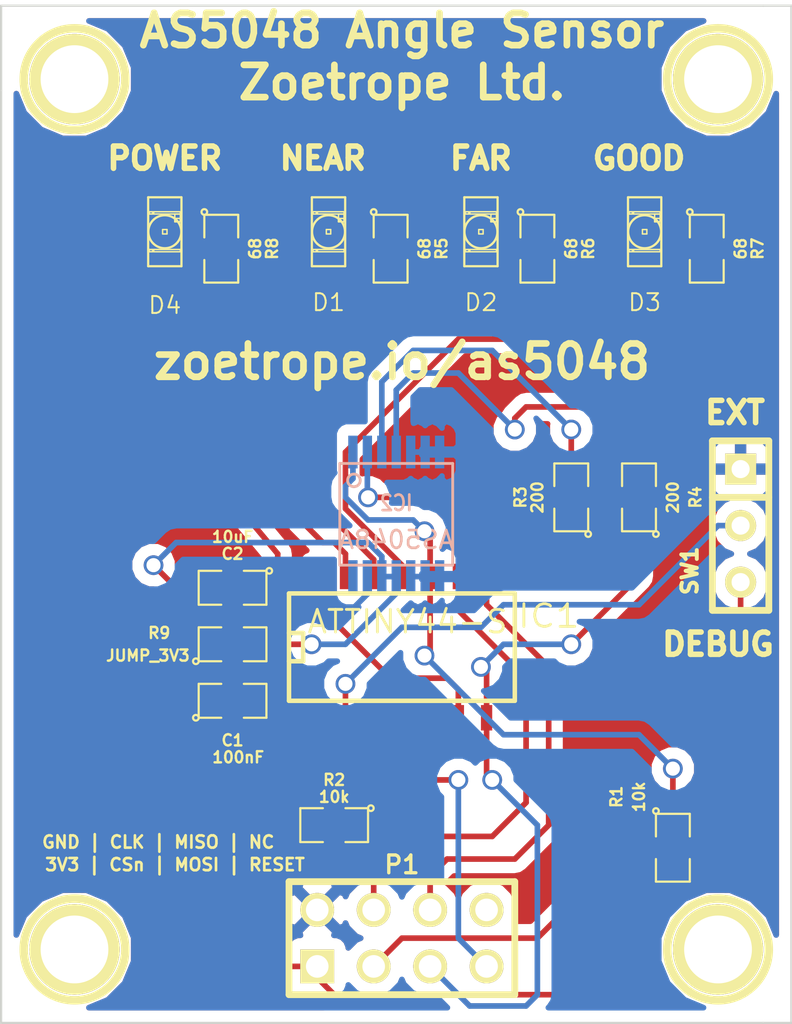
<source format=kicad_pcb>
(kicad_pcb (version 3) (host pcbnew "(2013-may-18)-stable")

  (general
    (links 46)
    (no_connects 0)
    (area 366.979999 221.107 404.5204 269.3416)
    (thickness 1.6)
    (drawings 18)
    (tracks 170)
    (zones 0)
    (modules 23)
    (nets 20)
  )

  (page A3)
  (layers
    (15 F.Cu signal)
    (0 B.Cu signal hide)
    (16 B.Adhes user)
    (17 F.Adhes user)
    (18 B.Paste user)
    (19 F.Paste user)
    (20 B.SilkS user)
    (21 F.SilkS user)
    (22 B.Mask user)
    (23 F.Mask user)
    (24 Dwgs.User user)
    (25 Cmts.User user)
    (26 Eco1.User user)
    (27 Eco2.User user)
    (28 Edge.Cuts user)
  )

  (setup
    (last_trace_width 0.254)
    (user_trace_width 0.254)
    (user_trace_width 0.508)
    (user_trace_width 0.762)
    (trace_clearance 0.254)
    (zone_clearance 0.508)
    (zone_45_only no)
    (trace_min 0.254)
    (segment_width 0.2)
    (edge_width 0.1)
    (via_size 0.889)
    (via_drill 0.635)
    (via_min_size 0.889)
    (via_min_drill 0.508)
    (uvia_size 0.508)
    (uvia_drill 0.127)
    (uvias_allowed no)
    (uvia_min_size 0.508)
    (uvia_min_drill 0.127)
    (pcb_text_width 0.3)
    (pcb_text_size 1.5 1.5)
    (mod_edge_width 0.15)
    (mod_text_size 1 1)
    (mod_text_width 0.15)
    (pad_size 0.8 0.8)
    (pad_drill 0.6)
    (pad_to_mask_clearance 0)
    (aux_axis_origin 402.59 264.16)
    (visible_elements FFFFFF9F)
    (pcbplotparams
      (layerselection 284196865)
      (usegerberextensions true)
      (excludeedgelayer true)
      (linewidth 0.150000)
      (plotframeref false)
      (viasonmask false)
      (mode 1)
      (useauxorigin false)
      (hpglpennumber 1)
      (hpglpenspeed 20)
      (hpglpendiameter 15)
      (hpglpenoverlay 2)
      (psnegative false)
      (psa4output false)
      (plotreference true)
      (plotvalue true)
      (plotothertext true)
      (plotinvisibletext false)
      (padsonsilk false)
      (subtractmaskfromsilk false)
      (outputformat 1)
      (mirror false)
      (drillshape 0)
      (scaleselection 1)
      (outputdirectory /home/bitdivision/zoe/photorig/electronics/gen4/as5048/gerbers/))
  )

  (net 0 "")
  (net 1 +3.3V)
  (net 2 CLK)
  (net 3 CSn)
  (net 4 GND)
  (net 5 INT_EXT)
  (net 6 LED_FAR)
  (net 7 LED_FIELD)
  (net 8 LED_NEAR)
  (net 9 LED_PWR)
  (net 10 MISO)
  (net 11 MOSI)
  (net 12 N-000001)
  (net 13 N-0000019)
  (net 14 N-0000020)
  (net 15 N-0000021)
  (net 16 N-0000023)
  (net 17 N-000003)
  (net 18 N-000008)
  (net 19 RESET)

  (net_class Default "This is the default net class."
    (clearance 0.254)
    (trace_width 0.254)
    (via_dia 0.889)
    (via_drill 0.635)
    (uvia_dia 0.508)
    (uvia_drill 0.127)
    (add_net "")
    (add_net +3.3V)
    (add_net CLK)
    (add_net CSn)
    (add_net GND)
    (add_net INT_EXT)
    (add_net LED_FAR)
    (add_net LED_FIELD)
    (add_net LED_NEAR)
    (add_net LED_PWR)
    (add_net MISO)
    (add_net MOSI)
    (add_net N-000001)
    (add_net N-0000019)
    (add_net N-0000020)
    (add_net N-0000021)
    (add_net N-0000023)
    (add_net N-000003)
    (add_net N-000008)
    (add_net RESET)
  )

  (net_class Power ""
    (clearance 0.762)
    (trace_width 0.762)
    (via_dia 0.889)
    (via_drill 0.635)
    (uvia_dia 0.508)
    (uvia_drill 0.127)
  )

  (module tssop-14 (layer B.Cu) (tedit 53997A12) (tstamp 5397359B)
    (at 384.81 245.11)
    (descr TSSOP-14)
    (path /5391E6B3)
    (attr smd)
    (fp_text reference IC2 (at 0 -0.508) (layer B.SilkS)
      (effects (font (size 0.70104 0.59944) (thickness 0.11938)) (justify mirror))
    )
    (fp_text value AS5048A (at 0 1.143) (layer B.SilkS)
      (effects (font (size 0.8 0.8) (thickness 0.11938)) (justify mirror))
    )
    (fp_circle (center -1.905 -1.524) (end -2.032 -1.778) (layer B.SilkS) (width 0.127))
    (fp_line (start 2.54 2.286) (end -2.54 2.286) (layer B.SilkS) (width 0.127))
    (fp_line (start -2.54 2.286) (end -2.54 -2.286) (layer B.SilkS) (width 0.127))
    (fp_line (start -2.54 -2.286) (end 2.54 -2.286) (layer B.SilkS) (width 0.127))
    (fp_line (start 2.54 -2.286) (end 2.54 2.286) (layer B.SilkS) (width 0.127))
    (pad 4 smd rect (at 0 -2.79908) (size 0.4191 1.47066)
      (layers B.Cu B.Paste B.Mask)
      (net 17 N-000003)
    )
    (pad 5 smd rect (at 0.65024 -2.79908) (size 0.4191 1.47066)
      (layers B.Cu B.Paste B.Mask)
      (net 4 GND)
    )
    (pad 6 smd rect (at 1.30048 -2.79908) (size 0.4191 1.47066)
      (layers B.Cu B.Paste B.Mask)
      (net 4 GND)
    )
    (pad 7 smd rect (at 1.95072 -2.79908) (size 0.4191 1.47066)
      (layers B.Cu B.Paste B.Mask)
      (net 4 GND)
    )
    (pad 8 smd rect (at 1.95072 2.79908) (size 0.4191 1.47066)
      (layers B.Cu B.Paste B.Mask)
      (net 4 GND)
    )
    (pad 1 smd rect (at -1.95072 -2.79908) (size 0.4191 1.47066)
      (layers B.Cu B.Paste B.Mask)
      (net 3 CSn)
    )
    (pad 2 smd rect (at -1.30048 -2.79908) (size 0.4191 1.47066)
      (layers B.Cu B.Paste B.Mask)
      (net 2 CLK)
    )
    (pad 3 smd rect (at -0.65024 -2.79908) (size 0.4191 1.47066)
      (layers B.Cu B.Paste B.Mask)
      (net 12 N-000001)
    )
    (pad 9 smd rect (at 1.30048 2.79908) (size 0.4191 1.47066)
      (layers B.Cu B.Paste B.Mask)
      (net 4 GND)
    )
    (pad 10 smd rect (at 0.65024 2.79908) (size 0.4191 1.47066)
      (layers B.Cu B.Paste B.Mask)
      (net 4 GND)
    )
    (pad 11 smd rect (at 0 2.79908) (size 0.4191 1.47066)
      (layers B.Cu B.Paste B.Mask)
      (net 1 +3.3V)
    )
    (pad 12 smd rect (at -0.65024 2.79908) (size 0.4191 1.47066)
      (layers B.Cu B.Paste B.Mask)
      (net 16 N-0000023)
    )
    (pad 13 smd rect (at -1.30048 2.79908) (size 0.4191 1.47066)
      (layers B.Cu B.Paste B.Mask)
      (net 4 GND)
    )
    (pad 14 smd rect (at -1.95072 2.79908) (size 0.4191 1.47066)
      (layers B.Cu B.Paste B.Mask)
    )
    (model smd/smd_dil/tssop-14.wrl
      (at (xyz 0 0 0))
      (scale (xyz 1 1 1))
      (rotate (xyz 0 0 0))
    )
  )

  (module SO14N (layer F.Cu) (tedit 543504D7) (tstamp 539735B4)
    (at 385.064 250.952)
    (descr "Module CMS SOJ 14 pins Large")
    (tags "CMS SOJ")
    (path /5391E82A)
    (attr smd)
    (fp_text reference IC1 (at 6.604 -1.27) (layer F.SilkS)
      (effects (font (size 1.016 1.143) (thickness 0.127)))
    )
    (fp_text value ATTINY44-S (at 0.254 -1.016) (layer F.SilkS)
      (effects (font (size 1.016 1.016) (thickness 0.127)))
    )
    (fp_line (start 5.08 -2.286) (end 5.08 2.54) (layer F.SilkS) (width 0.2032))
    (fp_line (start 5.08 2.54) (end -5.08 2.54) (layer F.SilkS) (width 0.2032))
    (fp_line (start -5.08 2.54) (end -5.08 -2.286) (layer F.SilkS) (width 0.2032))
    (fp_line (start -5.08 -2.286) (end 5.08 -2.286) (layer F.SilkS) (width 0.2032))
    (fp_line (start -5.08 -0.508) (end -4.445 -0.508) (layer F.SilkS) (width 0.2032))
    (fp_line (start -4.445 -0.508) (end -4.445 0.762) (layer F.SilkS) (width 0.2032))
    (fp_line (start -4.445 0.762) (end -5.08 0.762) (layer F.SilkS) (width 0.2032))
    (pad 1 smd rect (at -3.81 3.302) (size 0.508 1.143)
      (layers F.Cu F.Paste F.Mask)
      (net 1 +3.3V)
    )
    (pad 2 smd rect (at -2.54 3.302) (size 0.508 1.143)
      (layers F.Cu F.Paste F.Mask)
      (net 5 INT_EXT)
    )
    (pad 3 smd rect (at -1.27 3.302) (size 0.508 1.143)
      (layers F.Cu F.Paste F.Mask)
    )
    (pad 4 smd rect (at 0 3.302) (size 0.508 1.143)
      (layers F.Cu F.Paste F.Mask)
      (net 19 RESET)
    )
    (pad 5 smd rect (at 1.27 3.302) (size 0.508 1.143)
      (layers F.Cu F.Paste F.Mask)
    )
    (pad 6 smd rect (at 2.54 3.302) (size 0.508 1.143)
      (layers F.Cu F.Paste F.Mask)
      (net 9 LED_PWR)
    )
    (pad 7 smd rect (at 3.81 3.302) (size 0.508 1.143)
      (layers F.Cu F.Paste F.Mask)
      (net 11 MOSI)
    )
    (pad 8 smd rect (at 3.81 -3.048) (size 0.508 1.143)
      (layers F.Cu F.Paste F.Mask)
      (net 10 MISO)
    )
    (pad 9 smd rect (at 2.54 -3.048) (size 0.508 1.143)
      (layers F.Cu F.Paste F.Mask)
      (net 2 CLK)
    )
    (pad 11 smd rect (at 0 -3.048) (size 0.508 1.143)
      (layers F.Cu F.Paste F.Mask)
      (net 7 LED_FIELD)
    )
    (pad 12 smd rect (at -1.27 -3.048) (size 0.508 1.143)
      (layers F.Cu F.Paste F.Mask)
      (net 6 LED_FAR)
    )
    (pad 13 smd rect (at -2.54 -3.048) (size 0.508 1.143)
      (layers F.Cu F.Paste F.Mask)
      (net 8 LED_NEAR)
    )
    (pad 14 smd rect (at -3.81 -3.048) (size 0.508 1.143)
      (layers F.Cu F.Paste F.Mask)
      (net 4 GND)
    )
    (pad 10 smd rect (at 1.27 -3.048) (size 0.508 1.143)
      (layers F.Cu F.Paste F.Mask)
      (net 3 CSn)
    )
    (model smd/cms_so14.wrl
      (at (xyz 0 0 0))
      (scale (xyz 0.5 0.4 0.5))
      (rotate (xyz 0 0 0))
    )
  )

  (module SM0805 (layer F.Cu) (tedit 543504F7) (tstamp 539735DB)
    (at 384.556 233.172 270)
    (path /5391F3D2)
    (attr smd)
    (fp_text reference R5 (at 0 -2.286 270) (layer F.SilkS)
      (effects (font (size 0.50038 0.50038) (thickness 0.10922)))
    )
    (fp_text value 68 (at 0 -1.524 270) (layer F.SilkS)
      (effects (font (size 0.50038 0.50038) (thickness 0.10922)))
    )
    (fp_circle (center -1.651 0.762) (end -1.651 0.635) (layer F.SilkS) (width 0.09906))
    (fp_line (start -0.508 0.762) (end -1.524 0.762) (layer F.SilkS) (width 0.09906))
    (fp_line (start -1.524 0.762) (end -1.524 -0.762) (layer F.SilkS) (width 0.09906))
    (fp_line (start -1.524 -0.762) (end -0.508 -0.762) (layer F.SilkS) (width 0.09906))
    (fp_line (start 0.508 -0.762) (end 1.524 -0.762) (layer F.SilkS) (width 0.09906))
    (fp_line (start 1.524 -0.762) (end 1.524 0.762) (layer F.SilkS) (width 0.09906))
    (fp_line (start 1.524 0.762) (end 0.508 0.762) (layer F.SilkS) (width 0.09906))
    (pad 1 smd rect (at -0.9525 0 270) (size 0.889 1.397)
      (layers F.Cu F.Paste F.Mask)
      (net 13 N-0000019)
    )
    (pad 2 smd rect (at 0.9525 0 270) (size 0.889 1.397)
      (layers F.Cu F.Paste F.Mask)
      (net 4 GND)
    )
    (model smd/chip_cms.wrl
      (at (xyz 0 0 0))
      (scale (xyz 0.1 0.1 0.1))
      (rotate (xyz 0 0 0))
    )
  )

  (module SM0805 (layer F.Cu) (tedit 5435047C) (tstamp 539735E8)
    (at 395.732 244.348 90)
    (path /53972A2C)
    (attr smd)
    (fp_text reference R4 (at 0 2.54 90) (layer F.SilkS)
      (effects (font (size 0.50038 0.50038) (thickness 0.10922)))
    )
    (fp_text value 200 (at 0 1.524 90) (layer F.SilkS)
      (effects (font (size 0.50038 0.50038) (thickness 0.10922)))
    )
    (fp_circle (center -1.651 0.762) (end -1.651 0.635) (layer F.SilkS) (width 0.09906))
    (fp_line (start -0.508 0.762) (end -1.524 0.762) (layer F.SilkS) (width 0.09906))
    (fp_line (start -1.524 0.762) (end -1.524 -0.762) (layer F.SilkS) (width 0.09906))
    (fp_line (start -1.524 -0.762) (end -0.508 -0.762) (layer F.SilkS) (width 0.09906))
    (fp_line (start 0.508 -0.762) (end 1.524 -0.762) (layer F.SilkS) (width 0.09906))
    (fp_line (start 1.524 -0.762) (end 1.524 0.762) (layer F.SilkS) (width 0.09906))
    (fp_line (start 1.524 0.762) (end 0.508 0.762) (layer F.SilkS) (width 0.09906))
    (pad 1 smd rect (at -0.9525 0 90) (size 0.889 1.397)
      (layers F.Cu F.Paste F.Mask)
      (net 11 MOSI)
    )
    (pad 2 smd rect (at 0.9525 0 90) (size 0.889 1.397)
      (layers F.Cu F.Paste F.Mask)
      (net 17 N-000003)
    )
    (model smd/chip_cms.wrl
      (at (xyz 0 0 0))
      (scale (xyz 0.1 0.1 0.1))
      (rotate (xyz 0 0 0))
    )
  )

  (module SM0805 (layer F.Cu) (tedit 5435049D) (tstamp 539735F5)
    (at 382.016 259.08 180)
    (path /5391ECC2)
    (attr smd)
    (fp_text reference R2 (at 0 2.032 180) (layer F.SilkS)
      (effects (font (size 0.50038 0.50038) (thickness 0.10922)))
    )
    (fp_text value 10k (at 0 1.27 180) (layer F.SilkS)
      (effects (font (size 0.50038 0.50038) (thickness 0.10922)))
    )
    (fp_circle (center -1.651 0.762) (end -1.651 0.635) (layer F.SilkS) (width 0.09906))
    (fp_line (start -0.508 0.762) (end -1.524 0.762) (layer F.SilkS) (width 0.09906))
    (fp_line (start -1.524 0.762) (end -1.524 -0.762) (layer F.SilkS) (width 0.09906))
    (fp_line (start -1.524 -0.762) (end -0.508 -0.762) (layer F.SilkS) (width 0.09906))
    (fp_line (start 0.508 -0.762) (end 1.524 -0.762) (layer F.SilkS) (width 0.09906))
    (fp_line (start 1.524 -0.762) (end 1.524 0.762) (layer F.SilkS) (width 0.09906))
    (fp_line (start 1.524 0.762) (end 0.508 0.762) (layer F.SilkS) (width 0.09906))
    (pad 1 smd rect (at -0.9525 0 180) (size 0.889 1.397)
      (layers F.Cu F.Paste F.Mask)
      (net 19 RESET)
    )
    (pad 2 smd rect (at 0.9525 0 180) (size 0.889 1.397)
      (layers F.Cu F.Paste F.Mask)
      (net 1 +3.3V)
    )
    (model smd/chip_cms.wrl
      (at (xyz 0 0 0))
      (scale (xyz 0.1 0.1 0.1))
      (rotate (xyz 0 0 0))
    )
  )

  (module SM0805 (layer F.Cu) (tedit 54350507) (tstamp 53997B13)
    (at 376.936 233.172 270)
    (path /5391F33B)
    (attr smd)
    (fp_text reference R8 (at 0 -2.286 270) (layer F.SilkS)
      (effects (font (size 0.50038 0.50038) (thickness 0.10922)))
    )
    (fp_text value 68 (at 0 -1.524 270) (layer F.SilkS)
      (effects (font (size 0.50038 0.50038) (thickness 0.10922)))
    )
    (fp_circle (center -1.651 0.762) (end -1.651 0.635) (layer F.SilkS) (width 0.09906))
    (fp_line (start -0.508 0.762) (end -1.524 0.762) (layer F.SilkS) (width 0.09906))
    (fp_line (start -1.524 0.762) (end -1.524 -0.762) (layer F.SilkS) (width 0.09906))
    (fp_line (start -1.524 -0.762) (end -0.508 -0.762) (layer F.SilkS) (width 0.09906))
    (fp_line (start 0.508 -0.762) (end 1.524 -0.762) (layer F.SilkS) (width 0.09906))
    (fp_line (start 1.524 -0.762) (end 1.524 0.762) (layer F.SilkS) (width 0.09906))
    (fp_line (start 1.524 0.762) (end 0.508 0.762) (layer F.SilkS) (width 0.09906))
    (pad 1 smd rect (at -0.9525 0 270) (size 0.889 1.397)
      (layers F.Cu F.Paste F.Mask)
      (net 18 N-000008)
    )
    (pad 2 smd rect (at 0.9525 0 270) (size 0.889 1.397)
      (layers F.Cu F.Paste F.Mask)
      (net 4 GND)
    )
    (model smd/chip_cms.wrl
      (at (xyz 0 0 0))
      (scale (xyz 0.1 0.1 0.1))
      (rotate (xyz 0 0 0))
    )
  )

  (module SM0805 (layer F.Cu) (tedit 543504F2) (tstamp 53997B05)
    (at 398.78 233.172 270)
    (path /5391F3F4)
    (attr smd)
    (fp_text reference R7 (at 0 -2.286 270) (layer F.SilkS)
      (effects (font (size 0.50038 0.50038) (thickness 0.10922)))
    )
    (fp_text value 68 (at 0 -1.524 270) (layer F.SilkS)
      (effects (font (size 0.50038 0.50038) (thickness 0.10922)))
    )
    (fp_circle (center -1.651 0.762) (end -1.651 0.635) (layer F.SilkS) (width 0.09906))
    (fp_line (start -0.508 0.762) (end -1.524 0.762) (layer F.SilkS) (width 0.09906))
    (fp_line (start -1.524 0.762) (end -1.524 -0.762) (layer F.SilkS) (width 0.09906))
    (fp_line (start -1.524 -0.762) (end -0.508 -0.762) (layer F.SilkS) (width 0.09906))
    (fp_line (start 0.508 -0.762) (end 1.524 -0.762) (layer F.SilkS) (width 0.09906))
    (fp_line (start 1.524 -0.762) (end 1.524 0.762) (layer F.SilkS) (width 0.09906))
    (fp_line (start 1.524 0.762) (end 0.508 0.762) (layer F.SilkS) (width 0.09906))
    (pad 1 smd rect (at -0.9525 0 270) (size 0.889 1.397)
      (layers F.Cu F.Paste F.Mask)
      (net 15 N-0000021)
    )
    (pad 2 smd rect (at 0.9525 0 270) (size 0.889 1.397)
      (layers F.Cu F.Paste F.Mask)
      (net 4 GND)
    )
    (model smd/chip_cms.wrl
      (at (xyz 0 0 0))
      (scale (xyz 0.1 0.1 0.1))
      (rotate (xyz 0 0 0))
    )
  )

  (module SM0805 (layer F.Cu) (tedit 543504ED) (tstamp 53973636)
    (at 391.16 233.172 270)
    (path /5391F3EE)
    (attr smd)
    (fp_text reference R6 (at 0 -2.286 270) (layer F.SilkS)
      (effects (font (size 0.50038 0.50038) (thickness 0.10922)))
    )
    (fp_text value 68 (at 0 -1.524 270) (layer F.SilkS)
      (effects (font (size 0.50038 0.50038) (thickness 0.10922)))
    )
    (fp_circle (center -1.651 0.762) (end -1.651 0.635) (layer F.SilkS) (width 0.09906))
    (fp_line (start -0.508 0.762) (end -1.524 0.762) (layer F.SilkS) (width 0.09906))
    (fp_line (start -1.524 0.762) (end -1.524 -0.762) (layer F.SilkS) (width 0.09906))
    (fp_line (start -1.524 -0.762) (end -0.508 -0.762) (layer F.SilkS) (width 0.09906))
    (fp_line (start 0.508 -0.762) (end 1.524 -0.762) (layer F.SilkS) (width 0.09906))
    (fp_line (start 1.524 -0.762) (end 1.524 0.762) (layer F.SilkS) (width 0.09906))
    (fp_line (start 1.524 0.762) (end 0.508 0.762) (layer F.SilkS) (width 0.09906))
    (pad 1 smd rect (at -0.9525 0 270) (size 0.889 1.397)
      (layers F.Cu F.Paste F.Mask)
      (net 14 N-0000020)
    )
    (pad 2 smd rect (at 0.9525 0 270) (size 0.889 1.397)
      (layers F.Cu F.Paste F.Mask)
      (net 4 GND)
    )
    (model smd/chip_cms.wrl
      (at (xyz 0 0 0))
      (scale (xyz 0.1 0.1 0.1))
      (rotate (xyz 0 0 0))
    )
  )

  (module SM0805 (layer F.Cu) (tedit 54350496) (tstamp 53973643)
    (at 397.256 260.096 270)
    (path /539717EB)
    (attr smd)
    (fp_text reference R1 (at -2.286 2.54 270) (layer F.SilkS)
      (effects (font (size 0.50038 0.50038) (thickness 0.10922)))
    )
    (fp_text value 10k (at -2.286 1.524 270) (layer F.SilkS)
      (effects (font (size 0.50038 0.50038) (thickness 0.10922)))
    )
    (fp_circle (center -1.651 0.762) (end -1.651 0.635) (layer F.SilkS) (width 0.09906))
    (fp_line (start -0.508 0.762) (end -1.524 0.762) (layer F.SilkS) (width 0.09906))
    (fp_line (start -1.524 0.762) (end -1.524 -0.762) (layer F.SilkS) (width 0.09906))
    (fp_line (start -1.524 -0.762) (end -0.508 -0.762) (layer F.SilkS) (width 0.09906))
    (fp_line (start 0.508 -0.762) (end 1.524 -0.762) (layer F.SilkS) (width 0.09906))
    (fp_line (start 1.524 -0.762) (end 1.524 0.762) (layer F.SilkS) (width 0.09906))
    (fp_line (start 1.524 0.762) (end 0.508 0.762) (layer F.SilkS) (width 0.09906))
    (pad 1 smd rect (at -0.9525 0 270) (size 0.889 1.397)
      (layers F.Cu F.Paste F.Mask)
      (net 3 CSn)
    )
    (pad 2 smd rect (at 0.9525 0 270) (size 0.889 1.397)
      (layers F.Cu F.Paste F.Mask)
      (net 1 +3.3V)
    )
    (model smd/chip_cms.wrl
      (at (xyz 0 0 0))
      (scale (xyz 0.1 0.1 0.1))
      (rotate (xyz 0 0 0))
    )
  )

  (module SM0805 (layer F.Cu) (tedit 54350476) (tstamp 53973650)
    (at 392.684 244.348 90)
    (path /53972A1D)
    (attr smd)
    (fp_text reference R3 (at 0 -2.286 90) (layer F.SilkS)
      (effects (font (size 0.50038 0.50038) (thickness 0.10922)))
    )
    (fp_text value 200 (at 0 -1.524 90) (layer F.SilkS)
      (effects (font (size 0.50038 0.50038) (thickness 0.10922)))
    )
    (fp_circle (center -1.651 0.762) (end -1.651 0.635) (layer F.SilkS) (width 0.09906))
    (fp_line (start -0.508 0.762) (end -1.524 0.762) (layer F.SilkS) (width 0.09906))
    (fp_line (start -1.524 0.762) (end -1.524 -0.762) (layer F.SilkS) (width 0.09906))
    (fp_line (start -1.524 -0.762) (end -0.508 -0.762) (layer F.SilkS) (width 0.09906))
    (fp_line (start 0.508 -0.762) (end 1.524 -0.762) (layer F.SilkS) (width 0.09906))
    (fp_line (start 1.524 -0.762) (end 1.524 0.762) (layer F.SilkS) (width 0.09906))
    (fp_line (start 1.524 0.762) (end 0.508 0.762) (layer F.SilkS) (width 0.09906))
    (pad 1 smd rect (at -0.9525 0 90) (size 0.889 1.397)
      (layers F.Cu F.Paste F.Mask)
      (net 10 MISO)
    )
    (pad 2 smd rect (at 0.9525 0 90) (size 0.889 1.397)
      (layers F.Cu F.Paste F.Mask)
      (net 12 N-000001)
    )
    (model smd/chip_cms.wrl
      (at (xyz 0 0 0))
      (scale (xyz 0.1 0.1 0.1))
      (rotate (xyz 0 0 0))
    )
  )

  (module LED-1206 (layer F.Cu) (tedit 54350516) (tstamp 54351133)
    (at 374.396 232.41 90)
    (descr "LED 1206 smd package")
    (tags "LED1206 SMD")
    (path /5391E6C2)
    (attr smd)
    (fp_text reference D4 (at -3.302 0 180) (layer F.SilkS)
      (effects (font (size 0.762 0.762) (thickness 0.0889)))
    )
    (fp_text value LED_POWER (at 0 0 180) (layer F.SilkS) hide
      (effects (font (size 0.762 0.762) (thickness 0.0889)))
    )
    (fp_line (start -0.09906 0.09906) (end 0.09906 0.09906) (layer F.SilkS) (width 0.06604))
    (fp_line (start 0.09906 0.09906) (end 0.09906 -0.09906) (layer F.SilkS) (width 0.06604))
    (fp_line (start -0.09906 -0.09906) (end 0.09906 -0.09906) (layer F.SilkS) (width 0.06604))
    (fp_line (start -0.09906 0.09906) (end -0.09906 -0.09906) (layer F.SilkS) (width 0.06604))
    (fp_line (start 0.44958 0.6985) (end 0.79756 0.6985) (layer F.SilkS) (width 0.06604))
    (fp_line (start 0.79756 0.6985) (end 0.79756 0.44958) (layer F.SilkS) (width 0.06604))
    (fp_line (start 0.44958 0.44958) (end 0.79756 0.44958) (layer F.SilkS) (width 0.06604))
    (fp_line (start 0.44958 0.6985) (end 0.44958 0.44958) (layer F.SilkS) (width 0.06604))
    (fp_line (start 0.79756 0.6985) (end 0.89916 0.6985) (layer F.SilkS) (width 0.06604))
    (fp_line (start 0.89916 0.6985) (end 0.89916 -0.49784) (layer F.SilkS) (width 0.06604))
    (fp_line (start 0.79756 -0.49784) (end 0.89916 -0.49784) (layer F.SilkS) (width 0.06604))
    (fp_line (start 0.79756 0.6985) (end 0.79756 -0.49784) (layer F.SilkS) (width 0.06604))
    (fp_line (start 0.79756 -0.54864) (end 0.89916 -0.54864) (layer F.SilkS) (width 0.06604))
    (fp_line (start 0.89916 -0.54864) (end 0.89916 -0.6985) (layer F.SilkS) (width 0.06604))
    (fp_line (start 0.79756 -0.6985) (end 0.89916 -0.6985) (layer F.SilkS) (width 0.06604))
    (fp_line (start 0.79756 -0.54864) (end 0.79756 -0.6985) (layer F.SilkS) (width 0.06604))
    (fp_line (start -0.89916 0.6985) (end -0.79756 0.6985) (layer F.SilkS) (width 0.06604))
    (fp_line (start -0.79756 0.6985) (end -0.79756 -0.49784) (layer F.SilkS) (width 0.06604))
    (fp_line (start -0.89916 -0.49784) (end -0.79756 -0.49784) (layer F.SilkS) (width 0.06604))
    (fp_line (start -0.89916 0.6985) (end -0.89916 -0.49784) (layer F.SilkS) (width 0.06604))
    (fp_line (start -0.89916 -0.54864) (end -0.79756 -0.54864) (layer F.SilkS) (width 0.06604))
    (fp_line (start -0.79756 -0.54864) (end -0.79756 -0.6985) (layer F.SilkS) (width 0.06604))
    (fp_line (start -0.89916 -0.6985) (end -0.79756 -0.6985) (layer F.SilkS) (width 0.06604))
    (fp_line (start -0.89916 -0.54864) (end -0.89916 -0.6985) (layer F.SilkS) (width 0.06604))
    (fp_line (start 0.44958 0.6985) (end 0.59944 0.6985) (layer F.SilkS) (width 0.06604))
    (fp_line (start 0.59944 0.6985) (end 0.59944 0.44958) (layer F.SilkS) (width 0.06604))
    (fp_line (start 0.44958 0.44958) (end 0.59944 0.44958) (layer F.SilkS) (width 0.06604))
    (fp_line (start 0.44958 0.6985) (end 0.44958 0.44958) (layer F.SilkS) (width 0.06604))
    (fp_line (start 1.5494 0.7493) (end -1.5494 0.7493) (layer F.SilkS) (width 0.1016))
    (fp_line (start -1.5494 0.7493) (end -1.5494 -0.7493) (layer F.SilkS) (width 0.1016))
    (fp_line (start -1.5494 -0.7493) (end 1.5494 -0.7493) (layer F.SilkS) (width 0.1016))
    (fp_line (start 1.5494 -0.7493) (end 1.5494 0.7493) (layer F.SilkS) (width 0.1016))
    (fp_arc (start 0 0) (end 0.54864 0.49784) (angle 95.4) (layer F.SilkS) (width 0.1016))
    (fp_arc (start 0 0) (end -0.54864 0.49784) (angle 84.5) (layer F.SilkS) (width 0.1016))
    (fp_arc (start 0 0) (end -0.54864 -0.49784) (angle 95.4) (layer F.SilkS) (width 0.1016))
    (fp_arc (start 0 0) (end 0.54864 -0.49784) (angle 84.5) (layer F.SilkS) (width 0.1016))
    (pad 1 smd rect (at -1.41986 0 90) (size 1.59766 1.80086)
      (layers F.Cu F.Paste F.Mask)
      (net 9 LED_PWR)
    )
    (pad 2 smd rect (at 1.41986 0 90) (size 1.59766 1.80086)
      (layers F.Cu F.Paste F.Mask)
      (net 18 N-000008)
    )
  )

  (module LED-1206 (layer F.Cu) (tedit 5435045B) (tstamp 539736CB)
    (at 395.986 232.41 90)
    (descr "LED 1206 smd package")
    (tags "LED1206 SMD")
    (path /5391E6EF)
    (attr smd)
    (fp_text reference D3 (at -3.175 0 180) (layer F.SilkS)
      (effects (font (size 0.762 0.762) (thickness 0.0889)))
    )
    (fp_text value LED (at 0 0 180) (layer F.SilkS) hide
      (effects (font (size 0.762 0.762) (thickness 0.0889)))
    )
    (fp_line (start -0.09906 0.09906) (end 0.09906 0.09906) (layer F.SilkS) (width 0.06604))
    (fp_line (start 0.09906 0.09906) (end 0.09906 -0.09906) (layer F.SilkS) (width 0.06604))
    (fp_line (start -0.09906 -0.09906) (end 0.09906 -0.09906) (layer F.SilkS) (width 0.06604))
    (fp_line (start -0.09906 0.09906) (end -0.09906 -0.09906) (layer F.SilkS) (width 0.06604))
    (fp_line (start 0.44958 0.6985) (end 0.79756 0.6985) (layer F.SilkS) (width 0.06604))
    (fp_line (start 0.79756 0.6985) (end 0.79756 0.44958) (layer F.SilkS) (width 0.06604))
    (fp_line (start 0.44958 0.44958) (end 0.79756 0.44958) (layer F.SilkS) (width 0.06604))
    (fp_line (start 0.44958 0.6985) (end 0.44958 0.44958) (layer F.SilkS) (width 0.06604))
    (fp_line (start 0.79756 0.6985) (end 0.89916 0.6985) (layer F.SilkS) (width 0.06604))
    (fp_line (start 0.89916 0.6985) (end 0.89916 -0.49784) (layer F.SilkS) (width 0.06604))
    (fp_line (start 0.79756 -0.49784) (end 0.89916 -0.49784) (layer F.SilkS) (width 0.06604))
    (fp_line (start 0.79756 0.6985) (end 0.79756 -0.49784) (layer F.SilkS) (width 0.06604))
    (fp_line (start 0.79756 -0.54864) (end 0.89916 -0.54864) (layer F.SilkS) (width 0.06604))
    (fp_line (start 0.89916 -0.54864) (end 0.89916 -0.6985) (layer F.SilkS) (width 0.06604))
    (fp_line (start 0.79756 -0.6985) (end 0.89916 -0.6985) (layer F.SilkS) (width 0.06604))
    (fp_line (start 0.79756 -0.54864) (end 0.79756 -0.6985) (layer F.SilkS) (width 0.06604))
    (fp_line (start -0.89916 0.6985) (end -0.79756 0.6985) (layer F.SilkS) (width 0.06604))
    (fp_line (start -0.79756 0.6985) (end -0.79756 -0.49784) (layer F.SilkS) (width 0.06604))
    (fp_line (start -0.89916 -0.49784) (end -0.79756 -0.49784) (layer F.SilkS) (width 0.06604))
    (fp_line (start -0.89916 0.6985) (end -0.89916 -0.49784) (layer F.SilkS) (width 0.06604))
    (fp_line (start -0.89916 -0.54864) (end -0.79756 -0.54864) (layer F.SilkS) (width 0.06604))
    (fp_line (start -0.79756 -0.54864) (end -0.79756 -0.6985) (layer F.SilkS) (width 0.06604))
    (fp_line (start -0.89916 -0.6985) (end -0.79756 -0.6985) (layer F.SilkS) (width 0.06604))
    (fp_line (start -0.89916 -0.54864) (end -0.89916 -0.6985) (layer F.SilkS) (width 0.06604))
    (fp_line (start 0.44958 0.6985) (end 0.59944 0.6985) (layer F.SilkS) (width 0.06604))
    (fp_line (start 0.59944 0.6985) (end 0.59944 0.44958) (layer F.SilkS) (width 0.06604))
    (fp_line (start 0.44958 0.44958) (end 0.59944 0.44958) (layer F.SilkS) (width 0.06604))
    (fp_line (start 0.44958 0.6985) (end 0.44958 0.44958) (layer F.SilkS) (width 0.06604))
    (fp_line (start 1.5494 0.7493) (end -1.5494 0.7493) (layer F.SilkS) (width 0.1016))
    (fp_line (start -1.5494 0.7493) (end -1.5494 -0.7493) (layer F.SilkS) (width 0.1016))
    (fp_line (start -1.5494 -0.7493) (end 1.5494 -0.7493) (layer F.SilkS) (width 0.1016))
    (fp_line (start 1.5494 -0.7493) (end 1.5494 0.7493) (layer F.SilkS) (width 0.1016))
    (fp_arc (start 0 0) (end 0.54864 0.49784) (angle 95.4) (layer F.SilkS) (width 0.1016))
    (fp_arc (start 0 0) (end -0.54864 0.49784) (angle 84.5) (layer F.SilkS) (width 0.1016))
    (fp_arc (start 0 0) (end -0.54864 -0.49784) (angle 95.4) (layer F.SilkS) (width 0.1016))
    (fp_arc (start 0 0) (end 0.54864 -0.49784) (angle 84.5) (layer F.SilkS) (width 0.1016))
    (pad 1 smd rect (at -1.41986 0 90) (size 1.59766 1.80086)
      (layers F.Cu F.Paste F.Mask)
      (net 7 LED_FIELD)
    )
    (pad 2 smd rect (at 1.41986 0 90) (size 1.59766 1.80086)
      (layers F.Cu F.Paste F.Mask)
      (net 15 N-0000021)
    )
  )

  (module LED-1206 (layer F.Cu) (tedit 54350455) (tstamp 539736F5)
    (at 388.62 232.41 90)
    (descr "LED 1206 smd package")
    (tags "LED1206 SMD")
    (path /5391E6E0)
    (attr smd)
    (fp_text reference D2 (at -3.175 0 180) (layer F.SilkS)
      (effects (font (size 0.762 0.762) (thickness 0.0889)))
    )
    (fp_text value LED (at 0 0 180) (layer F.SilkS) hide
      (effects (font (size 0.762 0.762) (thickness 0.0889)))
    )
    (fp_line (start -0.09906 0.09906) (end 0.09906 0.09906) (layer F.SilkS) (width 0.06604))
    (fp_line (start 0.09906 0.09906) (end 0.09906 -0.09906) (layer F.SilkS) (width 0.06604))
    (fp_line (start -0.09906 -0.09906) (end 0.09906 -0.09906) (layer F.SilkS) (width 0.06604))
    (fp_line (start -0.09906 0.09906) (end -0.09906 -0.09906) (layer F.SilkS) (width 0.06604))
    (fp_line (start 0.44958 0.6985) (end 0.79756 0.6985) (layer F.SilkS) (width 0.06604))
    (fp_line (start 0.79756 0.6985) (end 0.79756 0.44958) (layer F.SilkS) (width 0.06604))
    (fp_line (start 0.44958 0.44958) (end 0.79756 0.44958) (layer F.SilkS) (width 0.06604))
    (fp_line (start 0.44958 0.6985) (end 0.44958 0.44958) (layer F.SilkS) (width 0.06604))
    (fp_line (start 0.79756 0.6985) (end 0.89916 0.6985) (layer F.SilkS) (width 0.06604))
    (fp_line (start 0.89916 0.6985) (end 0.89916 -0.49784) (layer F.SilkS) (width 0.06604))
    (fp_line (start 0.79756 -0.49784) (end 0.89916 -0.49784) (layer F.SilkS) (width 0.06604))
    (fp_line (start 0.79756 0.6985) (end 0.79756 -0.49784) (layer F.SilkS) (width 0.06604))
    (fp_line (start 0.79756 -0.54864) (end 0.89916 -0.54864) (layer F.SilkS) (width 0.06604))
    (fp_line (start 0.89916 -0.54864) (end 0.89916 -0.6985) (layer F.SilkS) (width 0.06604))
    (fp_line (start 0.79756 -0.6985) (end 0.89916 -0.6985) (layer F.SilkS) (width 0.06604))
    (fp_line (start 0.79756 -0.54864) (end 0.79756 -0.6985) (layer F.SilkS) (width 0.06604))
    (fp_line (start -0.89916 0.6985) (end -0.79756 0.6985) (layer F.SilkS) (width 0.06604))
    (fp_line (start -0.79756 0.6985) (end -0.79756 -0.49784) (layer F.SilkS) (width 0.06604))
    (fp_line (start -0.89916 -0.49784) (end -0.79756 -0.49784) (layer F.SilkS) (width 0.06604))
    (fp_line (start -0.89916 0.6985) (end -0.89916 -0.49784) (layer F.SilkS) (width 0.06604))
    (fp_line (start -0.89916 -0.54864) (end -0.79756 -0.54864) (layer F.SilkS) (width 0.06604))
    (fp_line (start -0.79756 -0.54864) (end -0.79756 -0.6985) (layer F.SilkS) (width 0.06604))
    (fp_line (start -0.89916 -0.6985) (end -0.79756 -0.6985) (layer F.SilkS) (width 0.06604))
    (fp_line (start -0.89916 -0.54864) (end -0.89916 -0.6985) (layer F.SilkS) (width 0.06604))
    (fp_line (start 0.44958 0.6985) (end 0.59944 0.6985) (layer F.SilkS) (width 0.06604))
    (fp_line (start 0.59944 0.6985) (end 0.59944 0.44958) (layer F.SilkS) (width 0.06604))
    (fp_line (start 0.44958 0.44958) (end 0.59944 0.44958) (layer F.SilkS) (width 0.06604))
    (fp_line (start 0.44958 0.6985) (end 0.44958 0.44958) (layer F.SilkS) (width 0.06604))
    (fp_line (start 1.5494 0.7493) (end -1.5494 0.7493) (layer F.SilkS) (width 0.1016))
    (fp_line (start -1.5494 0.7493) (end -1.5494 -0.7493) (layer F.SilkS) (width 0.1016))
    (fp_line (start -1.5494 -0.7493) (end 1.5494 -0.7493) (layer F.SilkS) (width 0.1016))
    (fp_line (start 1.5494 -0.7493) (end 1.5494 0.7493) (layer F.SilkS) (width 0.1016))
    (fp_arc (start 0 0) (end 0.54864 0.49784) (angle 95.4) (layer F.SilkS) (width 0.1016))
    (fp_arc (start 0 0) (end -0.54864 0.49784) (angle 84.5) (layer F.SilkS) (width 0.1016))
    (fp_arc (start 0 0) (end -0.54864 -0.49784) (angle 95.4) (layer F.SilkS) (width 0.1016))
    (fp_arc (start 0 0) (end 0.54864 -0.49784) (angle 84.5) (layer F.SilkS) (width 0.1016))
    (pad 1 smd rect (at -1.41986 0 90) (size 1.59766 1.80086)
      (layers F.Cu F.Paste F.Mask)
      (net 6 LED_FAR)
    )
    (pad 2 smd rect (at 1.41986 0 90) (size 1.59766 1.80086)
      (layers F.Cu F.Paste F.Mask)
      (net 14 N-0000020)
    )
  )

  (module LED-1206 (layer F.Cu) (tedit 5435044D) (tstamp 5397371F)
    (at 381.762 232.41 90)
    (descr "LED 1206 smd package")
    (tags "LED1206 SMD")
    (path /5391E6D1)
    (attr smd)
    (fp_text reference D1 (at -3.175 0 180) (layer F.SilkS)
      (effects (font (size 0.762 0.762) (thickness 0.0889)))
    )
    (fp_text value LED (at 0 0 180) (layer F.SilkS) hide
      (effects (font (size 0.762 0.762) (thickness 0.0889)))
    )
    (fp_line (start -0.09906 0.09906) (end 0.09906 0.09906) (layer F.SilkS) (width 0.06604))
    (fp_line (start 0.09906 0.09906) (end 0.09906 -0.09906) (layer F.SilkS) (width 0.06604))
    (fp_line (start -0.09906 -0.09906) (end 0.09906 -0.09906) (layer F.SilkS) (width 0.06604))
    (fp_line (start -0.09906 0.09906) (end -0.09906 -0.09906) (layer F.SilkS) (width 0.06604))
    (fp_line (start 0.44958 0.6985) (end 0.79756 0.6985) (layer F.SilkS) (width 0.06604))
    (fp_line (start 0.79756 0.6985) (end 0.79756 0.44958) (layer F.SilkS) (width 0.06604))
    (fp_line (start 0.44958 0.44958) (end 0.79756 0.44958) (layer F.SilkS) (width 0.06604))
    (fp_line (start 0.44958 0.6985) (end 0.44958 0.44958) (layer F.SilkS) (width 0.06604))
    (fp_line (start 0.79756 0.6985) (end 0.89916 0.6985) (layer F.SilkS) (width 0.06604))
    (fp_line (start 0.89916 0.6985) (end 0.89916 -0.49784) (layer F.SilkS) (width 0.06604))
    (fp_line (start 0.79756 -0.49784) (end 0.89916 -0.49784) (layer F.SilkS) (width 0.06604))
    (fp_line (start 0.79756 0.6985) (end 0.79756 -0.49784) (layer F.SilkS) (width 0.06604))
    (fp_line (start 0.79756 -0.54864) (end 0.89916 -0.54864) (layer F.SilkS) (width 0.06604))
    (fp_line (start 0.89916 -0.54864) (end 0.89916 -0.6985) (layer F.SilkS) (width 0.06604))
    (fp_line (start 0.79756 -0.6985) (end 0.89916 -0.6985) (layer F.SilkS) (width 0.06604))
    (fp_line (start 0.79756 -0.54864) (end 0.79756 -0.6985) (layer F.SilkS) (width 0.06604))
    (fp_line (start -0.89916 0.6985) (end -0.79756 0.6985) (layer F.SilkS) (width 0.06604))
    (fp_line (start -0.79756 0.6985) (end -0.79756 -0.49784) (layer F.SilkS) (width 0.06604))
    (fp_line (start -0.89916 -0.49784) (end -0.79756 -0.49784) (layer F.SilkS) (width 0.06604))
    (fp_line (start -0.89916 0.6985) (end -0.89916 -0.49784) (layer F.SilkS) (width 0.06604))
    (fp_line (start -0.89916 -0.54864) (end -0.79756 -0.54864) (layer F.SilkS) (width 0.06604))
    (fp_line (start -0.79756 -0.54864) (end -0.79756 -0.6985) (layer F.SilkS) (width 0.06604))
    (fp_line (start -0.89916 -0.6985) (end -0.79756 -0.6985) (layer F.SilkS) (width 0.06604))
    (fp_line (start -0.89916 -0.54864) (end -0.89916 -0.6985) (layer F.SilkS) (width 0.06604))
    (fp_line (start 0.44958 0.6985) (end 0.59944 0.6985) (layer F.SilkS) (width 0.06604))
    (fp_line (start 0.59944 0.6985) (end 0.59944 0.44958) (layer F.SilkS) (width 0.06604))
    (fp_line (start 0.44958 0.44958) (end 0.59944 0.44958) (layer F.SilkS) (width 0.06604))
    (fp_line (start 0.44958 0.6985) (end 0.44958 0.44958) (layer F.SilkS) (width 0.06604))
    (fp_line (start 1.5494 0.7493) (end -1.5494 0.7493) (layer F.SilkS) (width 0.1016))
    (fp_line (start -1.5494 0.7493) (end -1.5494 -0.7493) (layer F.SilkS) (width 0.1016))
    (fp_line (start -1.5494 -0.7493) (end 1.5494 -0.7493) (layer F.SilkS) (width 0.1016))
    (fp_line (start 1.5494 -0.7493) (end 1.5494 0.7493) (layer F.SilkS) (width 0.1016))
    (fp_arc (start 0 0) (end 0.54864 0.49784) (angle 95.4) (layer F.SilkS) (width 0.1016))
    (fp_arc (start 0 0) (end -0.54864 0.49784) (angle 84.5) (layer F.SilkS) (width 0.1016))
    (fp_arc (start 0 0) (end -0.54864 -0.49784) (angle 95.4) (layer F.SilkS) (width 0.1016))
    (fp_arc (start 0 0) (end 0.54864 -0.49784) (angle 84.5) (layer F.SilkS) (width 0.1016))
    (pad 1 smd rect (at -1.41986 0 90) (size 1.59766 1.80086)
      (layers F.Cu F.Paste F.Mask)
      (net 8 LED_NEAR)
    )
    (pad 2 smd rect (at 1.41986 0 90) (size 1.59766 1.80086)
      (layers F.Cu F.Paste F.Mask)
      (net 13 N-0000019)
    )
  )

  (module SIL-3 (layer F.Cu) (tedit 54350B45) (tstamp 54351290)
    (at 400.304 245.618 270)
    (descr "Connecteur 3 pins")
    (tags "CONN DEV")
    (path /53996F86)
    (fp_text reference SW1 (at 2.032 2.286 270) (layer F.SilkS)
      (effects (font (size 0.7 0.7) (thickness 0.175)))
    )
    (fp_text value SWITCH_INV_MSM (at 0 -2.54 270) (layer F.SilkS) hide
      (effects (font (size 1.524 1.016) (thickness 0.3048)))
    )
    (fp_line (start -3.81 1.27) (end -3.81 -1.27) (layer F.SilkS) (width 0.3048))
    (fp_line (start -3.81 -1.27) (end 3.81 -1.27) (layer F.SilkS) (width 0.3048))
    (fp_line (start 3.81 -1.27) (end 3.81 1.27) (layer F.SilkS) (width 0.3048))
    (fp_line (start 3.81 1.27) (end -3.81 1.27) (layer F.SilkS) (width 0.3048))
    (fp_line (start -1.27 -1.27) (end -1.27 1.27) (layer F.SilkS) (width 0.3048))
    (pad 1 thru_hole rect (at -2.54 0 270) (size 1.397 1.397) (drill 0.8128)
      (layers *.Cu *.Mask F.SilkS)
      (net 4 GND)
    )
    (pad 2 thru_hole circle (at 0 0 270) (size 1.397 1.397) (drill 0.8128)
      (layers *.Cu *.Mask F.SilkS)
      (net 5 INT_EXT)
    )
    (pad 3 thru_hole circle (at 2.54 0 270) (size 1.397 1.397) (drill 0.8128)
      (layers *.Cu *.Mask F.SilkS)
      (net 1 +3.3V)
    )
  )

  (module pin_array_4x2 (layer F.Cu) (tedit 5435083D) (tstamp 53997189)
    (at 385.064 264.16)
    (descr "Double rangee de contacts 2 x 4 pins")
    (tags CONN)
    (path /543401F4)
    (fp_text reference P1 (at 0 -3.302) (layer F.SilkS)
      (effects (font (size 0.8 0.8) (thickness 0.15)))
    )
    (fp_text value CONN_4X2 (at 0 3.81) (layer F.SilkS) hide
      (effects (font (size 1.016 1.016) (thickness 0.2032)))
    )
    (fp_line (start -5.08 -2.54) (end 5.08 -2.54) (layer F.SilkS) (width 0.3048))
    (fp_line (start 5.08 -2.54) (end 5.08 2.54) (layer F.SilkS) (width 0.3048))
    (fp_line (start 5.08 2.54) (end -5.08 2.54) (layer F.SilkS) (width 0.3048))
    (fp_line (start -5.08 2.54) (end -5.08 -2.54) (layer F.SilkS) (width 0.3048))
    (pad 1 thru_hole rect (at -3.81 1.27) (size 1.524 1.524) (drill 1.016)
      (layers *.Cu *.Mask F.SilkS)
      (net 1 +3.3V)
    )
    (pad 2 thru_hole circle (at -3.81 -1.27) (size 1.524 1.524) (drill 1.016)
      (layers *.Cu *.Mask F.SilkS)
      (net 4 GND)
    )
    (pad 3 thru_hole circle (at -1.27 1.27) (size 1.524 1.524) (drill 1.016)
      (layers *.Cu *.Mask F.SilkS)
      (net 3 CSn)
    )
    (pad 4 thru_hole circle (at -1.27 -1.27) (size 1.524 1.524) (drill 1.016)
      (layers *.Cu *.Mask F.SilkS)
      (net 2 CLK)
    )
    (pad 5 thru_hole circle (at 1.27 1.27) (size 1.524 1.524) (drill 1.016)
      (layers *.Cu *.Mask F.SilkS)
      (net 11 MOSI)
    )
    (pad 6 thru_hole circle (at 1.27 -1.27) (size 1.524 1.524) (drill 1.016)
      (layers *.Cu *.Mask F.SilkS)
      (net 10 MISO)
    )
    (pad 7 thru_hole circle (at 3.81 1.27) (size 1.524 1.524) (drill 1.016)
      (layers *.Cu *.Mask F.SilkS)
      (net 19 RESET)
    )
    (pad 8 thru_hole circle (at 3.81 -1.27) (size 1.524 1.524) (drill 1.016)
      (layers *.Cu *.Mask F.SilkS)
    )
    (model pin_array/pins_array_4x2.wrl
      (at (xyz 0 0 0))
      (scale (xyz 1 1 1))
      (rotate (xyz 0 0 0))
    )
  )

  (module SM0805 (layer F.Cu) (tedit 543503E0) (tstamp 54345AD3)
    (at 377.444 253.492)
    (path /5391F54F)
    (attr smd)
    (fp_text reference C1 (at 0 1.778) (layer F.SilkS)
      (effects (font (size 0.50038 0.50038) (thickness 0.10922)))
    )
    (fp_text value 100nF (at 0.254 2.54) (layer F.SilkS)
      (effects (font (size 0.50038 0.50038) (thickness 0.10922)))
    )
    (fp_circle (center -1.651 0.762) (end -1.651 0.635) (layer F.SilkS) (width 0.09906))
    (fp_line (start -0.508 0.762) (end -1.524 0.762) (layer F.SilkS) (width 0.09906))
    (fp_line (start -1.524 0.762) (end -1.524 -0.762) (layer F.SilkS) (width 0.09906))
    (fp_line (start -1.524 -0.762) (end -0.508 -0.762) (layer F.SilkS) (width 0.09906))
    (fp_line (start 0.508 -0.762) (end 1.524 -0.762) (layer F.SilkS) (width 0.09906))
    (fp_line (start 1.524 -0.762) (end 1.524 0.762) (layer F.SilkS) (width 0.09906))
    (fp_line (start 1.524 0.762) (end 0.508 0.762) (layer F.SilkS) (width 0.09906))
    (pad 1 smd rect (at -0.9525 0) (size 0.889 1.397)
      (layers F.Cu F.Paste F.Mask)
      (net 4 GND)
    )
    (pad 2 smd rect (at 0.9525 0) (size 0.889 1.397)
      (layers F.Cu F.Paste F.Mask)
      (net 1 +3.3V)
    )
    (model smd/chip_cms.wrl
      (at (xyz 0 0 0))
      (scale (xyz 0.1 0.1 0.1))
      (rotate (xyz 0 0 0))
    )
  )

  (module SM0805 (layer F.Cu) (tedit 543503F8) (tstamp 54345AE0)
    (at 377.444 248.412 180)
    (path /5391F568)
    (attr smd)
    (fp_text reference C2 (at 0 1.524 180) (layer F.SilkS)
      (effects (font (size 0.50038 0.50038) (thickness 0.10922)))
    )
    (fp_text value 10uF (at 0 2.286 180) (layer F.SilkS)
      (effects (font (size 0.50038 0.50038) (thickness 0.10922)))
    )
    (fp_circle (center -1.651 0.762) (end -1.651 0.635) (layer F.SilkS) (width 0.09906))
    (fp_line (start -0.508 0.762) (end -1.524 0.762) (layer F.SilkS) (width 0.09906))
    (fp_line (start -1.524 0.762) (end -1.524 -0.762) (layer F.SilkS) (width 0.09906))
    (fp_line (start -1.524 -0.762) (end -0.508 -0.762) (layer F.SilkS) (width 0.09906))
    (fp_line (start 0.508 -0.762) (end 1.524 -0.762) (layer F.SilkS) (width 0.09906))
    (fp_line (start 1.524 -0.762) (end 1.524 0.762) (layer F.SilkS) (width 0.09906))
    (fp_line (start 1.524 0.762) (end 0.508 0.762) (layer F.SilkS) (width 0.09906))
    (pad 1 smd rect (at -0.9525 0 180) (size 0.889 1.397)
      (layers F.Cu F.Paste F.Mask)
      (net 4 GND)
    )
    (pad 2 smd rect (at 0.9525 0 180) (size 0.889 1.397)
      (layers F.Cu F.Paste F.Mask)
      (net 16 N-0000023)
    )
    (model smd/chip_cms.wrl
      (at (xyz 0 0 0))
      (scale (xyz 0.1 0.1 0.1))
      (rotate (xyz 0 0 0))
    )
  )

  (module SM0805 (layer F.Cu) (tedit 543503E9) (tstamp 54345B0A)
    (at 377.444 250.952)
    (path /54340C88)
    (attr smd)
    (fp_text reference R9 (at -3.302 -0.508) (layer F.SilkS)
      (effects (font (size 0.50038 0.50038) (thickness 0.10922)))
    )
    (fp_text value JUMP_3V3 (at -3.81 0.508) (layer F.SilkS)
      (effects (font (size 0.50038 0.50038) (thickness 0.10922)))
    )
    (fp_circle (center -1.651 0.762) (end -1.651 0.635) (layer F.SilkS) (width 0.09906))
    (fp_line (start -0.508 0.762) (end -1.524 0.762) (layer F.SilkS) (width 0.09906))
    (fp_line (start -1.524 0.762) (end -1.524 -0.762) (layer F.SilkS) (width 0.09906))
    (fp_line (start -1.524 -0.762) (end -0.508 -0.762) (layer F.SilkS) (width 0.09906))
    (fp_line (start 0.508 -0.762) (end 1.524 -0.762) (layer F.SilkS) (width 0.09906))
    (fp_line (start 1.524 -0.762) (end 1.524 0.762) (layer F.SilkS) (width 0.09906))
    (fp_line (start 1.524 0.762) (end 0.508 0.762) (layer F.SilkS) (width 0.09906))
    (pad 1 smd rect (at -0.9525 0) (size 0.889 1.397)
      (layers F.Cu F.Paste F.Mask)
      (net 16 N-0000023)
    )
    (pad 2 smd rect (at 0.9525 0) (size 0.889 1.397)
      (layers F.Cu F.Paste F.Mask)
      (net 1 +3.3V)
    )
    (model smd/chip_cms.wrl
      (at (xyz 0 0 0))
      (scale (xyz 0.1 0.1 0.1))
      (rotate (xyz 0 0 0))
    )
  )

  (module 1pin (layer F.Cu) (tedit 5435094A) (tstamp 54352400)
    (at 399.288 264.668)
    (descr "module 1 pin (ou trou mecanique de percage)")
    (tags DEV)
    (path 1pin)
    (fp_text reference 1PIN (at 0 -3.048) (layer F.SilkS) hide
      (effects (font (size 1.016 1.016) (thickness 0.254)))
    )
    (fp_text value P*** (at 0 2.794) (layer F.SilkS) hide
      (effects (font (size 1.016 1.016) (thickness 0.254)))
    )
    (fp_circle (center 0 0) (end 0 -2.286) (layer F.SilkS) (width 0.381))
    (pad 1 thru_hole circle (at 0 0) (size 4.064 4.064) (drill 3.048)
      (layers *.Cu *.Mask F.SilkS)
    )
  )

  (module 1pin (layer F.Cu) (tedit 54350944) (tstamp 5435240B)
    (at 370.332 264.668)
    (descr "module 1 pin (ou trou mecanique de percage)")
    (tags DEV)
    (path 1pin)
    (fp_text reference 1PIN (at 0 -3.048) (layer F.SilkS) hide
      (effects (font (size 1.016 1.016) (thickness 0.254)))
    )
    (fp_text value P*** (at 0 2.794) (layer F.SilkS) hide
      (effects (font (size 1.016 1.016) (thickness 0.254)))
    )
    (fp_circle (center 0 0) (end 0 -2.286) (layer F.SilkS) (width 0.381))
    (pad 1 thru_hole circle (at 0 0) (size 4.064 4.064) (drill 3.048)
      (layers *.Cu *.Mask F.SilkS)
    )
  )

  (module 1pin (layer F.Cu) (tedit 5435093E) (tstamp 5435241D)
    (at 370.332 225.552)
    (descr "module 1 pin (ou trou mecanique de percage)")
    (tags DEV)
    (path 1pin)
    (fp_text reference 1PIN (at 0 -3.048) (layer F.SilkS) hide
      (effects (font (size 1.016 1.016) (thickness 0.254)))
    )
    (fp_text value P*** (at 0 2.794) (layer F.SilkS) hide
      (effects (font (size 1.016 1.016) (thickness 0.254)))
    )
    (fp_circle (center 0 0) (end 0 -2.286) (layer F.SilkS) (width 0.381))
    (pad 1 thru_hole circle (at 0 0) (size 4.064 4.064) (drill 3.048)
      (layers *.Cu *.Mask F.SilkS)
    )
  )

  (module 1pin (layer F.Cu) (tedit 54350936) (tstamp 5435242E)
    (at 399.288 225.552)
    (descr "module 1 pin (ou trou mecanique de percage)")
    (tags DEV)
    (path 1pin)
    (fp_text reference 1PIN (at 0 -3.048) (layer F.SilkS) hide
      (effects (font (size 1.016 1.016) (thickness 0.254)))
    )
    (fp_text value P*** (at 0 2.794) (layer F.SilkS) hide
      (effects (font (size 1.016 1.016) (thickness 0.254)))
    )
    (fp_circle (center 0 0) (end 0 -2.286) (layer F.SilkS) (width 0.381))
    (pad 1 thru_hole circle (at 0 0) (size 4.064 4.064) (drill 3.048)
      (layers *.Cu *.Mask F.SilkS)
    )
  )

  (gr_text zoetrope.io/as5048 (at 385.064 238.252) (layer F.SilkS)
    (effects (font (size 1.5 1.5) (thickness 0.3)))
  )
  (gr_text "3V3 | CSn | MOSI | RESET" (at 368.946 260.858) (layer F.SilkS)
    (effects (font (size 0.55 0.55) (thickness 0.12)) (justify left))
  )
  (gr_text EXT (at 400.05 240.538) (layer F.SilkS)
    (effects (font (size 1 1) (thickness 0.25)))
  )
  (gr_text DEBUG (at 399.288 250.952) (layer F.SilkS)
    (effects (font (size 1 1) (thickness 0.25)))
  )
  (gr_text GOOD (at 395.732 229.108) (layer F.SilkS)
    (effects (font (size 1 1) (thickness 0.25)))
  )
  (gr_text FAR (at 388.62 229.108) (layer F.SilkS)
    (effects (font (size 1 1) (thickness 0.25)))
  )
  (gr_text NEAR (at 381.508 229.108) (layer F.SilkS)
    (effects (font (size 1 1) (thickness 0.25)))
  )
  (gr_text POWER (at 374.396 229.108) (layer F.SilkS)
    (effects (font (size 1 1) (thickness 0.25)))
  )
  (gr_text "GND | CLK | MISO | NC\n" (at 368.808 259.842) (layer F.SilkS)
    (effects (font (size 0.55 0.55) (thickness 0.12)) (justify left))
  )
  (gr_text "AS5048 Angle Sensor\nZoetrope Ltd." (at 385.064 224.536) (layer F.SilkS)
    (effects (font (size 1.45 1.45) (thickness 0.3)))
  )
  (gr_line (start 367.03 226.06) (end 367.03 222.25) (angle 90) (layer Edge.Cuts) (width 0.1))
  (gr_line (start 402.59 226.06) (end 402.59 222.25) (angle 90) (layer Edge.Cuts) (width 0.1))
  (gr_line (start 401.32 267.97) (end 402.59 267.97) (angle 90) (layer Edge.Cuts) (width 0.1))
  (gr_line (start 401.32 222.25) (end 402.59 222.25) (angle 90) (layer Edge.Cuts) (width 0.1))
  (gr_line (start 367.03 267.97) (end 367.03 226.06) (angle 90) (layer Edge.Cuts) (width 0.1))
  (gr_line (start 401.32 267.97) (end 367.03 267.97) (angle 90) (layer Edge.Cuts) (width 0.1))
  (gr_line (start 402.59 226.06) (end 402.59 267.97) (angle 90) (layer Edge.Cuts) (width 0.1))
  (gr_line (start 367.03 222.25) (end 401.32 222.25) (angle 90) (layer Edge.Cuts) (width 0.1))

  (segment (start 397.256 261.0485) (end 398.5895 261.0485) (width 0.254) (layer F.Cu) (net 1))
  (segment (start 400.304 259.334) (end 400.304 248.158) (width 0.254) (layer F.Cu) (net 1) (tstamp 54351411))
  (segment (start 398.5895 261.0485) (end 400.304 259.334) (width 0.254) (layer F.Cu) (net 1) (tstamp 5435140F))
  (segment (start 384.81 247.90908) (end 384.81 248.666) (width 0.254) (layer B.Cu) (net 1) (status 10))
  (segment (start 384.81 248.666) (end 382.524 250.952) (width 0.254) (layer B.Cu) (net 1) (tstamp 5434FD79))
  (segment (start 382.524 250.952) (end 381 250.952) (width 0.254) (layer B.Cu) (net 1) (tstamp 5434FD7F))
  (via (at 381 250.952) (size 0.889) (layers F.Cu B.Cu) (net 1))
  (segment (start 381 250.952) (end 378.3965 250.952) (width 0.254) (layer F.Cu) (net 1) (tstamp 5434FD83) (status 20))
  (segment (start 381.0635 259.08) (end 379.984 259.08) (width 0.254) (layer F.Cu) (net 1) (status 10))
  (segment (start 379.984 259.08) (end 378.46 260.604) (width 0.254) (layer F.Cu) (net 1) (tstamp 5434F9CF))
  (segment (start 378.3965 253.492) (end 378.3965 250.952) (width 0.254) (layer F.Cu) (net 1) (status 30))
  (segment (start 381.254 254.254) (end 379.1585 254.254) (width 0.254) (layer F.Cu) (net 1) (status 10))
  (segment (start 379.1585 254.254) (end 378.3965 253.492) (width 0.254) (layer F.Cu) (net 1) (tstamp 5434F95C) (status 20))
  (segment (start 380.4285 256.0955) (end 380.9365 256.0955) (width 0.254) (layer F.Cu) (net 1))
  (segment (start 381.254 265.43) (end 379.73 265.43) (width 0.254) (layer F.Cu) (net 1) (status 10))
  (segment (start 378.46 258.064) (end 380.4285 256.0955) (width 0.254) (layer F.Cu) (net 1) (tstamp 54345BB6))
  (segment (start 378.46 264.16) (end 378.46 260.604) (width 0.254) (layer F.Cu) (net 1) (tstamp 54345BB4))
  (segment (start 378.46 260.604) (end 378.46 258.064) (width 0.254) (layer F.Cu) (net 1) (tstamp 5434F9DD))
  (segment (start 379.73 265.43) (end 378.46 264.16) (width 0.254) (layer F.Cu) (net 1) (tstamp 54345BB2))
  (segment (start 381.254 255.778) (end 381.254 254.254) (width 0.254) (layer F.Cu) (net 1) (tstamp 5434F957) (status 20))
  (segment (start 380.9365 256.0955) (end 381.254 255.778) (width 0.254) (layer F.Cu) (net 1) (tstamp 5434F955))
  (segment (start 394.716 266.192) (end 394.716 264.668) (width 0.254) (layer F.Cu) (net 1))
  (segment (start 397.256 262.128) (end 397.256 261.0485) (width 0.254) (layer F.Cu) (net 1) (tstamp 5434F908) (status 20))
  (segment (start 394.716 264.668) (end 397.256 262.128) (width 0.254) (layer F.Cu) (net 1) (tstamp 5434F903))
  (segment (start 381.254 265.43) (end 381.254 265.938) (width 0.254) (layer F.Cu) (net 1) (status 30))
  (segment (start 394.208 266.7) (end 394.716 266.192) (width 0.254) (layer F.Cu) (net 1) (tstamp 54345BDB))
  (segment (start 382.016 266.7) (end 394.208 266.7) (width 0.254) (layer F.Cu) (net 1) (tstamp 54345BDA))
  (segment (start 381.254 265.938) (end 382.016 266.7) (width 0.254) (layer F.Cu) (net 1) (tstamp 54345BD9) (status 10))
  (segment (start 387.604 247.904) (end 387.604 245.872) (width 0.254) (layer F.Cu) (net 2) (status 10))
  (segment (start 383.50952 244.31752) (end 383.50952 242.31092) (width 0.254) (layer B.Cu) (net 2) (tstamp 5434FD3B) (status 20))
  (segment (start 383.54 244.348) (end 383.50952 244.31752) (width 0.254) (layer B.Cu) (net 2) (tstamp 5434FD3A))
  (via (at 383.54 244.348) (size 0.889) (layers F.Cu B.Cu) (net 2))
  (segment (start 386.08 244.348) (end 383.54 244.348) (width 0.254) (layer F.Cu) (net 2) (tstamp 5434FD36))
  (segment (start 387.604 245.872) (end 386.08 244.348) (width 0.254) (layer F.Cu) (net 2) (tstamp 5434FD30))
  (segment (start 383.794 262.89) (end 383.794 261.366) (width 0.254) (layer F.Cu) (net 2) (status 10))
  (segment (start 387.604 249.428) (end 387.604 247.904) (width 0.254) (layer F.Cu) (net 2) (tstamp 5434F75E) (status 20))
  (segment (start 390.652 252.476) (end 387.604 249.428) (width 0.254) (layer F.Cu) (net 2) (tstamp 5434F75C))
  (segment (start 390.652 258.064) (end 390.652 252.476) (width 0.254) (layer F.Cu) (net 2) (tstamp 5434F759))
  (segment (start 389.128 259.588) (end 390.652 258.064) (width 0.254) (layer F.Cu) (net 2) (tstamp 5434F756))
  (segment (start 385.572 259.588) (end 389.128 259.588) (width 0.254) (layer F.Cu) (net 2) (tstamp 5434F74F))
  (segment (start 383.794 261.366) (end 385.572 259.588) (width 0.254) (layer F.Cu) (net 2) (tstamp 5434F74D))
  (segment (start 386.334 247.904) (end 386.334 246.126) (width 0.254) (layer F.Cu) (net 3) (status 10))
  (segment (start 382.85928 243.50472) (end 382.85928 242.31092) (width 0.254) (layer B.Cu) (net 3) (tstamp 5434FED0) (status 20))
  (segment (start 382.524 243.84) (end 382.85928 243.50472) (width 0.254) (layer B.Cu) (net 3) (tstamp 5434FECF))
  (segment (start 382.524 244.348) (end 382.524 243.84) (width 0.254) (layer B.Cu) (net 3) (tstamp 5434FECD))
  (segment (start 383.54 245.364) (end 382.524 244.348) (width 0.254) (layer B.Cu) (net 3) (tstamp 5434FECA))
  (segment (start 385.572 245.364) (end 383.54 245.364) (width 0.254) (layer B.Cu) (net 3) (tstamp 5434FEC5))
  (segment (start 386.08 245.872) (end 385.572 245.364) (width 0.254) (layer B.Cu) (net 3) (tstamp 5434FEC4))
  (via (at 386.08 245.872) (size 0.889) (layers F.Cu B.Cu) (net 3))
  (segment (start 386.334 246.126) (end 386.08 245.872) (width 0.254) (layer F.Cu) (net 3) (tstamp 5434FEBC))
  (segment (start 386.334 247.904) (end 386.334 251.206) (width 0.254) (layer F.Cu) (net 3) (status 10))
  (segment (start 397.256 256.54) (end 397.256 259.1435) (width 0.254) (layer F.Cu) (net 3) (tstamp 5434FDF7) (status 20))
  (via (at 397.256 256.54) (size 0.889) (layers F.Cu B.Cu) (net 3))
  (segment (start 395.732 255.016) (end 397.256 256.54) (width 0.254) (layer B.Cu) (net 3) (tstamp 5434FDF4))
  (segment (start 389.636 255.016) (end 395.732 255.016) (width 0.254) (layer B.Cu) (net 3) (tstamp 5434FDEA))
  (segment (start 386.08 251.46) (end 389.636 255.016) (width 0.254) (layer B.Cu) (net 3) (tstamp 5434FDE9))
  (via (at 386.08 251.46) (size 0.889) (layers F.Cu B.Cu) (net 3))
  (segment (start 386.334 251.206) (end 386.08 251.46) (width 0.254) (layer F.Cu) (net 3) (tstamp 5434FDDA))
  (segment (start 397.256 259.1435) (end 396.1765 259.1435) (width 0.254) (layer F.Cu) (net 3) (status 10))
  (segment (start 396.1765 259.1435) (end 391.16 264.16) (width 0.254) (layer F.Cu) (net 3) (tstamp 5434F917))
  (segment (start 391.16 264.16) (end 385.064 264.16) (width 0.254) (layer F.Cu) (net 3) (tstamp 5434F920))
  (segment (start 385.064 264.16) (end 383.794 265.43) (width 0.254) (layer F.Cu) (net 3) (tstamp 5434F924) (status 20))
  (segment (start 383.50952 247.90908) (end 383.50952 248.69648) (width 0.254) (layer B.Cu) (net 4) (status 10))
  (segment (start 382.778 249.428) (end 381.508 249.428) (width 0.254) (layer B.Cu) (net 4) (tstamp 54351040))
  (segment (start 383.50952 248.69648) (end 382.778 249.428) (width 0.254) (layer B.Cu) (net 4) (tstamp 5435103F))
  (segment (start 386.11048 247.90908) (end 385.46024 247.90908) (width 0.254) (layer B.Cu) (net 4) (status 30))
  (segment (start 385.46024 242.31092) (end 386.11048 242.31092) (width 0.254) (layer B.Cu) (net 4) (status 30))
  (via (at 382.524 252.73) (size 0.889) (layers F.Cu B.Cu) (net 5))
  (segment (start 399.288 245.618) (end 395.732 249.174) (width 0.254) (layer B.Cu) (net 5) (tstamp 54351415))
  (segment (start 395.732 249.174) (end 389.636 249.174) (width 0.254) (layer B.Cu) (net 5) (tstamp 54351417))
  (segment (start 389.636 249.174) (end 388.62 250.19) (width 0.254) (layer B.Cu) (net 5) (tstamp 54351419))
  (segment (start 388.62 250.19) (end 385.064 250.19) (width 0.254) (layer B.Cu) (net 5) (tstamp 5435141A))
  (segment (start 385.064 250.19) (end 382.524 252.73) (width 0.254) (layer B.Cu) (net 5) (tstamp 5435141C))
  (segment (start 400.304 245.618) (end 399.288 245.618) (width 0.254) (layer B.Cu) (net 5))
  (segment (start 382.524 252.73) (end 382.524 254.254) (width 0.254) (layer F.Cu) (net 5) (tstamp 54351425))
  (segment (start 383.794 247.904) (end 383.794 247.142) (width 0.254) (layer F.Cu) (net 6) (status 10))
  (segment (start 388.62 235.204) (end 388.62 233.82986) (width 0.254) (layer F.Cu) (net 6) (tstamp 5434FEEC) (status 20))
  (segment (start 387.604 236.22) (end 388.62 235.204) (width 0.254) (layer F.Cu) (net 6) (tstamp 5434FEEA))
  (segment (start 385.572 236.22) (end 387.604 236.22) (width 0.254) (layer F.Cu) (net 6) (tstamp 5434FEE8))
  (segment (start 381.508 240.284) (end 385.572 236.22) (width 0.254) (layer F.Cu) (net 6) (tstamp 5434FEE6))
  (segment (start 381.508 244.856) (end 381.508 240.284) (width 0.254) (layer F.Cu) (net 6) (tstamp 5434FEE1))
  (segment (start 383.794 247.142) (end 381.508 244.856) (width 0.254) (layer F.Cu) (net 6) (tstamp 5434FEDA))
  (segment (start 385.064 247.904) (end 385.064 247.396) (width 0.254) (layer F.Cu) (net 7) (status 30))
  (segment (start 395.986 235.458) (end 395.986 233.82986) (width 0.254) (layer F.Cu) (net 7) (tstamp 5434FF0D) (status 20))
  (segment (start 394.208 237.236) (end 395.986 235.458) (width 0.254) (layer F.Cu) (net 7) (tstamp 5434FF0B))
  (segment (start 387.604 237.236) (end 394.208 237.236) (width 0.254) (layer F.Cu) (net 7) (tstamp 5434FF09))
  (segment (start 382.524 242.316) (end 387.604 237.236) (width 0.254) (layer F.Cu) (net 7) (tstamp 5434FF04))
  (segment (start 382.524 244.856) (end 382.524 242.316) (width 0.254) (layer F.Cu) (net 7) (tstamp 5434FF00))
  (segment (start 385.064 247.396) (end 382.524 244.856) (width 0.254) (layer F.Cu) (net 7) (tstamp 5434FEF1) (status 10))
  (segment (start 382.524 247.904) (end 382.524 246.888) (width 0.254) (layer F.Cu) (net 8) (status 10))
  (segment (start 381.762 235.966) (end 381.762 233.82986) (width 0.254) (layer F.Cu) (net 8) (tstamp 5434FE9F) (status 20))
  (segment (start 380.492 237.236) (end 381.762 235.966) (width 0.254) (layer F.Cu) (net 8) (tstamp 5434FE9D))
  (segment (start 380.492 245.364) (end 380.492 237.236) (width 0.254) (layer F.Cu) (net 8) (tstamp 5434FE99))
  (segment (start 381.508 246.38) (end 380.492 245.364) (width 0.254) (layer F.Cu) (net 8) (tstamp 5434FE95))
  (segment (start 382.016 246.38) (end 381.508 246.38) (width 0.254) (layer F.Cu) (net 8) (tstamp 5434FE93))
  (segment (start 382.524 246.888) (end 382.016 246.38) (width 0.254) (layer F.Cu) (net 8) (tstamp 5434FE88))
  (segment (start 384.556 252.476) (end 387.096 252.476) (width 0.254) (layer F.Cu) (net 9))
  (segment (start 387.604 252.984) (end 387.096 252.476) (width 0.254) (layer F.Cu) (net 9) (tstamp 5434FE6B))
  (segment (start 387.604 252.984) (end 387.604 254.254) (width 0.254) (layer F.Cu) (net 9) (status 20))
  (segment (start 374.396 233.82986) (end 374.396 240.792) (width 0.254) (layer F.Cu) (net 9) (status 10))
  (segment (start 381.508 249.428) (end 384.556 252.476) (width 0.254) (layer F.Cu) (net 9) (tstamp 5434FE52))
  (segment (start 379.476 249.428) (end 381.508 249.428) (width 0.254) (layer F.Cu) (net 9) (tstamp 5434FE4A))
  (segment (start 379.476 246.888) (end 379.476 249.428) (width 0.254) (layer F.Cu) (net 9) (tstamp 5434FE46))
  (segment (start 374.396 240.792) (end 379.476 246.888) (width 0.254) (layer F.Cu) (net 9) (tstamp 5434FE42))
  (segment (start 388.874 247.904) (end 391.16 247.904) (width 0.254) (layer F.Cu) (net 10) (status 10))
  (segment (start 392.684 246.38) (end 392.684 245.3005) (width 0.254) (layer F.Cu) (net 10) (tstamp 5434FC6C) (status 20))
  (segment (start 391.16 247.904) (end 392.684 246.38) (width 0.254) (layer F.Cu) (net 10) (tstamp 5434FC69))
  (segment (start 386.334 262.89) (end 386.334 261.366) (width 0.254) (layer F.Cu) (net 10) (status 10))
  (segment (start 388.874 249.174) (end 388.874 247.904) (width 0.254) (layer F.Cu) (net 10) (tstamp 5434F76C) (status 20))
  (segment (start 391.668 251.968) (end 388.874 249.174) (width 0.254) (layer F.Cu) (net 10) (tstamp 5434F76A))
  (segment (start 391.668 259.08) (end 391.668 251.968) (width 0.254) (layer F.Cu) (net 10) (tstamp 5434F767))
  (segment (start 390.144 260.604) (end 391.668 259.08) (width 0.254) (layer F.Cu) (net 10) (tstamp 5434F764))
  (segment (start 387.096 260.604) (end 390.144 260.604) (width 0.254) (layer F.Cu) (net 10) (tstamp 5434F763))
  (segment (start 386.334 261.366) (end 387.096 260.604) (width 0.254) (layer F.Cu) (net 10) (tstamp 5434F762))
  (segment (start 388.874 254.254) (end 388.874 252.222) (width 0.254) (layer F.Cu) (net 11) (status 10))
  (segment (start 395.732 247.904) (end 395.732 245.3005) (width 0.254) (layer F.Cu) (net 11) (tstamp 5434FC56) (status 20))
  (segment (start 392.684 250.952) (end 395.732 247.904) (width 0.254) (layer F.Cu) (net 11) (tstamp 5434FC55))
  (via (at 392.684 250.952) (size 0.889) (layers F.Cu B.Cu) (net 11))
  (segment (start 389.636 250.952) (end 392.684 250.952) (width 0.254) (layer B.Cu) (net 11) (tstamp 5434FC50))
  (segment (start 388.62 251.968) (end 389.636 250.952) (width 0.254) (layer B.Cu) (net 11) (tstamp 5434FC4F))
  (via (at 388.62 251.968) (size 0.889) (layers F.Cu B.Cu) (net 11))
  (segment (start 388.874 252.222) (end 388.62 251.968) (width 0.254) (layer F.Cu) (net 11) (tstamp 5434FC48))
  (segment (start 386.334 265.43) (end 388.112 267.208) (width 0.254) (layer B.Cu) (net 11) (status 10))
  (segment (start 388.874 256.794) (end 388.874 254.254) (width 0.254) (layer F.Cu) (net 11) (tstamp 5434F7D6) (status 20))
  (segment (start 389.128 257.048) (end 388.874 256.794) (width 0.254) (layer F.Cu) (net 11) (tstamp 5434F7D5))
  (via (at 389.128 257.048) (size 0.889) (layers F.Cu B.Cu) (net 11))
  (segment (start 391.16 259.08) (end 389.128 257.048) (width 0.254) (layer B.Cu) (net 11) (tstamp 5434F7D0))
  (segment (start 391.16 266.7) (end 391.16 259.08) (width 0.254) (layer B.Cu) (net 11) (tstamp 5434F7CF))
  (segment (start 390.652 267.208) (end 391.16 266.7) (width 0.254) (layer B.Cu) (net 11) (tstamp 5434F7CC))
  (segment (start 388.112 267.208) (end 390.652 267.208) (width 0.254) (layer B.Cu) (net 11) (tstamp 5434F7C8))
  (segment (start 392.684 243.3955) (end 392.684 241.3) (width 0.254) (layer F.Cu) (net 12) (status 10))
  (segment (start 384.15976 239.15624) (end 384.15976 242.31092) (width 0.254) (layer B.Cu) (net 12) (tstamp 5434FC88) (status 20))
  (segment (start 385.572 237.744) (end 384.15976 239.15624) (width 0.254) (layer B.Cu) (net 12) (tstamp 5434FC83))
  (segment (start 389.128 237.744) (end 385.572 237.744) (width 0.254) (layer B.Cu) (net 12) (tstamp 5434FC7D))
  (segment (start 392.684 241.3) (end 389.128 237.744) (width 0.254) (layer B.Cu) (net 12) (tstamp 5434FC7C))
  (via (at 392.684 241.3) (size 0.889) (layers F.Cu B.Cu) (net 12))
  (segment (start 381.762 230.99014) (end 383.32664 230.99014) (width 0.254) (layer F.Cu) (net 13) (status 10))
  (segment (start 383.32664 230.99014) (end 384.556 232.2195) (width 0.254) (layer F.Cu) (net 13) (tstamp 54345C43) (status 20))
  (segment (start 388.62 230.99014) (end 389.93064 230.99014) (width 0.254) (layer F.Cu) (net 14) (status 10))
  (segment (start 389.93064 230.99014) (end 391.16 232.2195) (width 0.254) (layer F.Cu) (net 14) (tstamp 54345C4B) (status 20))
  (segment (start 395.986 230.99014) (end 397.55064 230.99014) (width 0.254) (layer F.Cu) (net 15) (status 10))
  (segment (start 397.55064 230.99014) (end 398.78 232.2195) (width 0.254) (layer F.Cu) (net 15) (tstamp 54345C54) (status 20))
  (segment (start 384.15976 247.90908) (end 384.15976 246.99976) (width 0.254) (layer B.Cu) (net 16) (status 10))
  (segment (start 374.904 248.412) (end 376.4915 248.412) (width 0.254) (layer F.Cu) (net 16) (tstamp 54351034) (status 20))
  (segment (start 373.888 247.396) (end 374.904 248.412) (width 0.254) (layer F.Cu) (net 16) (tstamp 54351033))
  (via (at 373.888 247.396) (size 0.889) (layers F.Cu B.Cu) (net 16))
  (segment (start 374.904 246.38) (end 373.888 247.396) (width 0.254) (layer B.Cu) (net 16) (tstamp 54351030))
  (segment (start 383.54 246.38) (end 374.904 246.38) (width 0.254) (layer B.Cu) (net 16) (tstamp 5435102F))
  (segment (start 384.15976 246.99976) (end 383.54 246.38) (width 0.254) (layer B.Cu) (net 16) (tstamp 5435102E))
  (segment (start 376.4915 250.952) (end 376.4915 248.412) (width 0.254) (layer F.Cu) (net 16) (status 30))
  (segment (start 384.15976 247.90908) (end 384.81 247.90908) (width 0.254) (layer B.Cu) (net 16) (status 30))
  (segment (start 395.732 243.3955) (end 395.732 240.284) (width 0.254) (layer F.Cu) (net 17) (status 10))
  (segment (start 384.81 239.522) (end 384.81 242.31092) (width 0.254) (layer B.Cu) (net 17) (tstamp 5434FCE3) (status 20))
  (segment (start 385.572 238.76) (end 384.81 239.522) (width 0.254) (layer B.Cu) (net 17) (tstamp 5434FCE2))
  (segment (start 387.604 238.76) (end 385.572 238.76) (width 0.254) (layer B.Cu) (net 17) (tstamp 5434FCDC))
  (segment (start 390.144 241.3) (end 387.604 238.76) (width 0.254) (layer B.Cu) (net 17) (tstamp 5434FCDB))
  (via (at 390.144 241.3) (size 0.889) (layers F.Cu B.Cu) (net 17))
  (segment (start 390.144 240.792) (end 390.144 241.3) (width 0.254) (layer F.Cu) (net 17) (tstamp 5434FCD5))
  (segment (start 390.652 240.284) (end 390.144 240.792) (width 0.254) (layer F.Cu) (net 17) (tstamp 5434FCD3))
  (segment (start 395.732 240.284) (end 390.652 240.284) (width 0.254) (layer F.Cu) (net 17) (tstamp 5434FCD1))
  (segment (start 374.396 230.99014) (end 375.70664 230.99014) (width 0.254) (layer F.Cu) (net 18) (status 10))
  (segment (start 375.70664 230.99014) (end 376.936 232.2195) (width 0.254) (layer F.Cu) (net 18) (tstamp 54345C58) (status 20))
  (segment (start 382.9685 259.08) (end 384.048 259.08) (width 0.254) (layer F.Cu) (net 19) (status 10))
  (segment (start 384.048 259.08) (end 386.08 257.048) (width 0.254) (layer F.Cu) (net 19) (tstamp 5434F9C9))
  (segment (start 385.064 256.032) (end 385.064 254.254) (width 0.254) (layer F.Cu) (net 19) (tstamp 5434F802) (status 20))
  (segment (start 386.08 257.048) (end 385.064 256.032) (width 0.254) (layer F.Cu) (net 19) (tstamp 5434F7FF))
  (segment (start 387.604 257.048) (end 386.08 257.048) (width 0.254) (layer F.Cu) (net 19) (tstamp 5434F7FE))
  (via (at 387.604 257.048) (size 0.889) (layers F.Cu B.Cu) (net 19))
  (segment (start 387.604 264.16) (end 387.604 257.048) (width 0.254) (layer B.Cu) (net 19) (tstamp 5434F7F7))
  (segment (start 388.874 265.43) (end 387.604 264.16) (width 0.254) (layer B.Cu) (net 19) (status 10))

  (zone (net 4) (net_name GND) (layer F.Cu) (tstamp 5398297A) (hatch edge 0.508)
    (connect_pads (clearance 0.508))
    (min_thickness 0.254)
    (fill (arc_segments 16) (thermal_gap 0.508) (thermal_bridge_width 0.508))
    (polygon
      (pts
        (xy 402.59 267.97) (xy 367.03 267.97) (xy 367.03 222.25) (xy 402.59 222.25)
      )
    )
    (filled_polygon
      (pts
        (xy 383.760299 260.32207) (xy 383.255185 260.827185) (xy 383.090004 261.074395) (xy 383.032 261.366) (xy 383.032 261.693296)
        (xy 383.003697 261.704991) (xy 382.610372 262.09763) (xy 382.530605 262.28973) (xy 382.476396 262.158858) (xy 382.234212 262.089393)
        (xy 382.054607 262.268998) (xy 382.054607 261.909788) (xy 381.985142 261.667604) (xy 381.461696 261.480857) (xy 380.906631 261.50864)
        (xy 380.522858 261.667604) (xy 380.453393 261.909788) (xy 381.254 262.710395) (xy 382.054607 261.909788) (xy 382.054607 262.268998)
        (xy 381.433605 262.89) (xy 382.234212 263.690607) (xy 382.476396 263.621142) (xy 382.526508 263.480678) (xy 382.608991 263.680303)
        (xy 383.00163 264.073628) (xy 383.209514 264.159949) (xy 383.003697 264.244991) (xy 382.65111 264.596963) (xy 382.65111 264.542245)
        (xy 382.554641 264.308771) (xy 382.376168 264.129987) (xy 382.142864 264.033111) (xy 382.007916 264.032992) (xy 382.054607 263.870212)
        (xy 381.254 263.069605) (xy 381.074395 263.24921) (xy 381.074395 262.89) (xy 380.273788 262.089393) (xy 380.031604 262.158858)
        (xy 379.844857 262.682304) (xy 379.87264 263.237369) (xy 380.031604 263.621142) (xy 380.273788 263.690607) (xy 381.074395 262.89)
        (xy 381.074395 263.24921) (xy 380.453393 263.870212) (xy 380.500053 264.03289) (xy 380.366245 264.03289) (xy 380.132771 264.129359)
        (xy 379.953987 264.307832) (xy 379.875201 264.49757) (xy 379.222 263.844369) (xy 379.222 260.91963) (xy 380.058004 260.083626)
        (xy 380.080359 260.137729) (xy 380.258832 260.316513) (xy 380.492136 260.413389) (xy 380.744755 260.41361) (xy 381.633755 260.41361)
        (xy 381.867229 260.317141) (xy 382.016102 260.168526) (xy 382.163832 260.316513) (xy 382.397136 260.413389) (xy 382.649755 260.41361)
        (xy 383.538755 260.41361) (xy 383.760299 260.32207)
      )
    )
    (filled_polygon
      (pts
        (xy 401.905 264.017703) (xy 401.55029 263.15924) (xy 400.800706 262.408346) (xy 399.820826 262.001465) (xy 398.759828 262.000539)
        (xy 397.979193 262.32309) (xy 398.017977 262.12811) (xy 398.017978 262.12811) (xy 398.080255 262.12811) (xy 398.313729 262.031641)
        (xy 398.492513 261.853168) (xy 398.51023 261.8105) (xy 398.5895 261.8105) (xy 398.5895 261.810499) (xy 398.881104 261.752496)
        (xy 398.881105 261.752496) (xy 399.128315 261.587315) (xy 400.842815 259.872815) (xy 401.007996 259.625605) (xy 401.065999 259.334)
        (xy 401.066 259.334) (xy 401.066 249.281538) (xy 401.433826 248.914353) (xy 401.637267 248.424413) (xy 401.63773 247.893914)
        (xy 401.435145 247.40362) (xy 401.060353 247.028174) (xy 400.722551 246.887906) (xy 401.05838 246.749145) (xy 401.433826 246.374353)
        (xy 401.637267 245.884413) (xy 401.63773 245.353914) (xy 401.435145 244.86362) (xy 401.060353 244.488174) (xy 400.875965 244.411609)
        (xy 400.876745 244.41161) (xy 401.129364 244.411389) (xy 401.362668 244.314513) (xy 401.541141 244.135729) (xy 401.63761 243.902255)
        (xy 401.63761 242.253745) (xy 401.541141 242.020271) (xy 401.362668 241.841487) (xy 401.129364 241.744611) (xy 400.876745 241.74439)
        (xy 400.58975 241.7445) (xy 400.431 241.90325) (xy 400.431 242.951) (xy 401.47875 242.951) (xy 401.6375 242.79225)
        (xy 401.63761 242.253745) (xy 401.63761 243.902255) (xy 401.6375 243.36375) (xy 401.47875 243.205) (xy 400.431 243.205)
        (xy 400.431 243.225) (xy 400.177 243.225) (xy 400.177 243.205) (xy 400.177 242.951) (xy 400.177 241.90325)
        (xy 400.11361 241.83986) (xy 400.11361 234.694755) (xy 400.1135 234.41025) (xy 399.95475 234.2515) (xy 398.907 234.2515)
        (xy 398.907 235.04525) (xy 399.06575 235.204) (xy 399.352745 235.20411) (xy 399.605364 235.203889) (xy 399.838668 235.107013)
        (xy 400.017141 234.928229) (xy 400.11361 234.694755) (xy 400.11361 241.83986) (xy 400.01825 241.7445) (xy 399.731255 241.74439)
        (xy 399.478636 241.744611) (xy 399.245332 241.841487) (xy 399.066859 242.020271) (xy 398.97039 242.253745) (xy 398.9705 242.79225)
        (xy 399.12925 242.951) (xy 400.177 242.951) (xy 400.177 243.205) (xy 399.12925 243.205) (xy 398.9705 243.36375)
        (xy 398.97039 243.902255) (xy 399.066859 244.135729) (xy 399.245332 244.314513) (xy 399.478636 244.411389) (xy 399.731255 244.41161)
        (xy 399.731727 244.411609) (xy 399.54962 244.486855) (xy 399.174174 244.861647) (xy 398.970733 245.351587) (xy 398.97027 245.882086)
        (xy 399.172855 246.37238) (xy 399.547647 246.747826) (xy 399.885448 246.888093) (xy 399.54962 247.026855) (xy 399.174174 247.401647)
        (xy 398.970733 247.891587) (xy 398.97027 248.422086) (xy 399.172855 248.91238) (xy 399.542 249.282169) (xy 399.542 259.01837)
        (xy 398.404447 260.155922) (xy 398.344526 260.095897) (xy 398.492513 259.948168) (xy 398.589389 259.714864) (xy 398.58961 259.462245)
        (xy 398.58961 258.573245) (xy 398.493141 258.339771) (xy 398.314668 258.160987) (xy 398.081364 258.064111) (xy 398.018 258.064055)
        (xy 398.018 257.304641) (xy 398.170622 257.152286) (xy 398.335313 256.755668) (xy 398.335687 256.326216) (xy 398.171689 255.929311)
        (xy 397.868286 255.625378) (xy 397.471668 255.460687) (xy 397.042216 255.460313) (xy 396.645311 255.624311) (xy 396.341378 255.927714)
        (xy 396.176687 256.324332) (xy 396.176313 256.753784) (xy 396.340311 257.150689) (xy 396.494 257.304646) (xy 396.494 258.06389)
        (xy 396.431745 258.06389) (xy 396.198271 258.160359) (xy 396.019487 258.338832) (xy 395.986038 258.419385) (xy 395.884895 258.439504)
        (xy 395.637684 258.604685) (xy 390.844369 263.398) (xy 390.175708 263.398) (xy 390.270756 263.169099) (xy 390.271241 262.613339)
        (xy 390.059009 262.099697) (xy 389.66637 261.706372) (xy 389.153099 261.493244) (xy 388.597339 261.492759) (xy 388.083697 261.704991)
        (xy 387.690372 262.09763) (xy 387.60405 262.305514) (xy 387.519009 262.099697) (xy 387.12637 261.706372) (xy 387.096 261.693761)
        (xy 387.096 261.68163) (xy 387.41163 261.366) (xy 390.144 261.366) (xy 390.144 261.365999) (xy 390.435604 261.307996)
        (xy 390.435605 261.307996) (xy 390.682815 261.142815) (xy 392.206815 259.618816) (xy 392.206815 259.618815) (xy 392.371996 259.371605)
        (xy 392.429999 259.08) (xy 392.43 259.08) (xy 392.43 252.015396) (xy 392.468332 252.031313) (xy 392.897784 252.031687)
        (xy 393.294689 251.867689) (xy 393.598622 251.564286) (xy 393.763313 251.167668) (xy 393.763502 250.950127) (xy 396.270815 248.442816)
        (xy 396.270815 248.442815) (xy 396.435996 248.195605) (xy 396.493999 247.904001) (xy 396.494 247.904) (xy 396.494 246.38011)
        (xy 396.556255 246.38011) (xy 396.789729 246.283641) (xy 396.968513 246.105168) (xy 397.065389 245.871864) (xy 397.06561 245.619245)
        (xy 397.06561 244.730245) (xy 396.969141 244.496771) (xy 396.820526 244.347897) (xy 396.968513 244.200168) (xy 397.065389 243.966864)
        (xy 397.06561 243.714245) (xy 397.06561 242.825245) (xy 396.969141 242.591771) (xy 396.790668 242.412987) (xy 396.557364 242.316111)
        (xy 396.494 242.316055) (xy 396.494 240.284) (xy 396.435996 239.992395) (xy 396.270815 239.745185) (xy 396.023605 239.580004)
        (xy 395.732 239.522) (xy 390.652 239.522) (xy 390.360395 239.580004) (xy 390.113184 239.745185) (xy 389.605185 240.253185)
        (xy 389.486035 240.431503) (xy 389.229378 240.687714) (xy 389.064687 241.084332) (xy 389.064313 241.513784) (xy 389.228311 241.910689)
        (xy 389.531714 242.214622) (xy 389.928332 242.379313) (xy 390.357784 242.379687) (xy 390.754689 242.215689) (xy 391.058622 241.912286)
        (xy 391.223313 241.515668) (xy 391.223687 241.086216) (xy 391.20707 241.046) (xy 391.620603 241.046) (xy 391.604687 241.084332)
        (xy 391.604313 241.513784) (xy 391.768311 241.910689) (xy 391.922 242.064646) (xy 391.922 242.31589) (xy 391.859745 242.31589)
        (xy 391.626271 242.412359) (xy 391.447487 242.590832) (xy 391.350611 242.824136) (xy 391.35039 243.076755) (xy 391.35039 243.965755)
        (xy 391.446859 244.199229) (xy 391.595473 244.348102) (xy 391.447487 244.495832) (xy 391.350611 244.729136) (xy 391.35039 244.981755)
        (xy 391.35039 245.870755) (xy 391.446859 246.104229) (xy 391.625332 246.283013) (xy 391.680463 246.305905) (xy 390.844369 247.142)
        (xy 389.736358 247.142) (xy 389.666641 246.973271) (xy 389.488168 246.794487) (xy 389.254864 246.697611) (xy 389.002245 246.69739)
        (xy 388.494245 246.69739) (xy 388.366 246.750379) (xy 388.366 245.872) (xy 388.307996 245.580395) (xy 388.142815 245.333185)
        (xy 388.142815 245.333184) (xy 386.618815 243.809185) (xy 386.371605 243.644004) (xy 386.08 243.586) (xy 384.304641 243.586)
        (xy 384.152286 243.433378) (xy 383.755668 243.268687) (xy 383.326216 243.268313) (xy 383.286 243.284929) (xy 383.286 242.63163)
        (xy 387.91963 237.998) (xy 394.208 237.998) (xy 394.208 237.997999) (xy 394.499604 237.939996) (xy 394.499605 237.939996)
        (xy 394.746815 237.774815) (xy 396.524815 235.996816) (xy 396.524815 235.996815) (xy 396.689996 235.749605) (xy 396.747999 235.458001)
        (xy 396.748 235.458) (xy 396.748 235.2638) (xy 397.012185 235.2638) (xy 397.245659 235.167331) (xy 397.424443 234.988858)
        (xy 397.496353 234.815677) (xy 397.542859 234.928229) (xy 397.721332 235.107013) (xy 397.954636 235.203889) (xy 398.207255 235.20411)
        (xy 398.49425 235.204) (xy 398.653 235.04525) (xy 398.653 234.2515) (xy 398.633 234.2515) (xy 398.633 233.9975)
        (xy 398.653 233.9975) (xy 398.653 233.9775) (xy 398.907 233.9775) (xy 398.907 233.9975) (xy 399.95475 233.9975)
        (xy 400.1135 233.83875) (xy 400.11361 233.554245) (xy 400.017141 233.320771) (xy 399.868526 233.171897) (xy 400.016513 233.024168)
        (xy 400.113389 232.790864) (xy 400.11361 232.538245) (xy 400.11361 231.649245) (xy 400.017141 231.415771) (xy 399.838668 231.236987)
        (xy 399.605364 231.140111) (xy 399.352745 231.13989) (xy 398.77802 231.13989) (xy 398.089455 230.451325) (xy 397.842245 230.286144)
        (xy 397.55064 230.22814) (xy 397.52154 230.22814) (xy 397.52154 230.065555) (xy 397.425071 229.832081) (xy 397.246598 229.653297)
        (xy 397.013294 229.556421) (xy 396.760675 229.5562) (xy 394.959815 229.5562) (xy 394.726341 229.652669) (xy 394.547557 229.831142)
        (xy 394.450681 230.064446) (xy 394.45046 230.317065) (xy 394.45046 231.914725) (xy 394.546929 232.148199) (xy 394.725402 232.326983)
        (xy 394.925533 232.410084) (xy 394.726341 232.492389) (xy 394.547557 232.670862) (xy 394.450681 232.904166) (xy 394.45046 233.156785)
        (xy 394.45046 234.754445) (xy 394.546929 234.987919) (xy 394.725402 235.166703) (xy 394.958706 235.263579) (xy 395.102664 235.263704)
        (xy 393.892369 236.474) (xy 392.49361 236.474) (xy 392.49361 234.694755) (xy 392.4935 234.41025) (xy 392.33475 234.2515)
        (xy 391.287 234.2515) (xy 391.287 235.04525) (xy 391.44575 235.204) (xy 391.732745 235.20411) (xy 391.985364 235.203889)
        (xy 392.218668 235.107013) (xy 392.397141 234.928229) (xy 392.49361 234.694755) (xy 392.49361 236.474) (xy 388.42763 236.474)
        (xy 389.158815 235.742816) (xy 389.158815 235.742815) (xy 389.323996 235.495605) (xy 389.370104 235.2638) (xy 389.370105 235.2638)
        (xy 389.646185 235.2638) (xy 389.879659 235.167331) (xy 390.020847 235.026388) (xy 390.101332 235.107013) (xy 390.334636 235.203889)
        (xy 390.587255 235.20411) (xy 390.87425 235.204) (xy 391.033 235.04525) (xy 391.033 234.2515) (xy 391.013 234.2515)
        (xy 391.013 233.9975) (xy 391.033 233.9975) (xy 391.033 233.9775) (xy 391.287 233.9775) (xy 391.287 233.9975)
        (xy 392.33475 233.9975) (xy 392.4935 233.83875) (xy 392.49361 233.554245) (xy 392.397141 233.320771) (xy 392.248526 233.171897)
        (xy 392.396513 233.024168) (xy 392.493389 232.790864) (xy 392.49361 232.538245) (xy 392.49361 231.649245) (xy 392.397141 231.415771)
        (xy 392.218668 231.236987) (xy 391.985364 231.140111) (xy 391.732745 231.13989) (xy 391.15802 231.13989) (xy 390.469455 230.451325)
        (xy 390.222245 230.286144) (xy 390.15554 230.272875) (xy 390.15554 230.065555) (xy 390.059071 229.832081) (xy 389.880598 229.653297)
        (xy 389.647294 229.556421) (xy 389.394675 229.5562) (xy 387.593815 229.5562) (xy 387.360341 229.652669) (xy 387.181557 229.831142)
        (xy 387.084681 230.064446) (xy 387.08446 230.317065) (xy 387.08446 231.914725) (xy 387.180929 232.148199) (xy 387.359402 232.326983)
        (xy 387.559533 232.410084) (xy 387.360341 232.492389) (xy 387.181557 232.670862) (xy 387.084681 232.904166) (xy 387.08446 233.156785)
        (xy 387.08446 234.754445) (xy 387.180929 234.987919) (xy 387.359402 235.166703) (xy 387.51504 235.231329) (xy 387.288369 235.458)
        (xy 385.88961 235.458) (xy 385.88961 234.694755) (xy 385.8895 234.41025) (xy 385.73075 234.2515) (xy 384.683 234.2515)
        (xy 384.683 235.04525) (xy 384.84175 235.204) (xy 385.128745 235.20411) (xy 385.381364 235.203889) (xy 385.614668 235.107013)
        (xy 385.793141 234.928229) (xy 385.88961 234.694755) (xy 385.88961 235.458) (xy 385.572 235.458) (xy 385.280395 235.516004)
        (xy 385.033184 235.681185) (xy 381.254 239.460369) (xy 381.254 237.55163) (xy 382.300815 236.504816) (xy 382.300815 236.504815)
        (xy 382.465996 236.257605) (xy 382.523999 235.966) (xy 382.524 235.966) (xy 382.524 235.2638) (xy 382.788185 235.2638)
        (xy 383.021659 235.167331) (xy 383.200443 234.988858) (xy 383.272353 234.815677) (xy 383.318859 234.928229) (xy 383.497332 235.107013)
        (xy 383.730636 235.203889) (xy 383.983255 235.20411) (xy 384.27025 235.204) (xy 384.429 235.04525) (xy 384.429 234.2515)
        (xy 384.409 234.2515) (xy 384.409 233.9975) (xy 384.429 233.9975) (xy 384.429 233.9775) (xy 384.683 233.9775)
        (xy 384.683 233.9975) (xy 385.73075 233.9975) (xy 385.8895 233.83875) (xy 385.88961 233.554245) (xy 385.793141 233.320771)
        (xy 385.644526 233.171897) (xy 385.792513 233.024168) (xy 385.889389 232.790864) (xy 385.88961 232.538245) (xy 385.88961 231.649245)
        (xy 385.793141 231.415771) (xy 385.614668 231.236987) (xy 385.381364 231.140111) (xy 385.128745 231.13989) (xy 384.55402 231.13989)
        (xy 383.865455 230.451325) (xy 383.618245 230.286144) (xy 383.32664 230.22814) (xy 383.29754 230.22814) (xy 383.29754 230.065555)
        (xy 383.201071 229.832081) (xy 383.022598 229.653297) (xy 382.789294 229.556421) (xy 382.536675 229.5562) (xy 380.735815 229.5562)
        (xy 380.502341 229.652669) (xy 380.323557 229.831142) (xy 380.226681 230.064446) (xy 380.22646 230.317065) (xy 380.22646 231.914725)
        (xy 380.322929 232.148199) (xy 380.501402 232.326983) (xy 380.701533 232.410084) (xy 380.502341 232.492389) (xy 380.323557 232.670862)
        (xy 380.226681 232.904166) (xy 380.22646 233.156785) (xy 380.22646 234.754445) (xy 380.322929 234.987919) (xy 380.501402 235.166703)
        (xy 380.734706 235.263579) (xy 380.987325 235.2638) (xy 381 235.2638) (xy 381 235.650369) (xy 379.953185 236.697185)
        (xy 379.788004 236.944395) (xy 379.73 237.236) (xy 379.73 245.364) (xy 379.788004 245.655605) (xy 379.953185 245.902815)
        (xy 380.784741 246.734372) (xy 380.640771 246.793859) (xy 380.461987 246.972332) (xy 380.365111 247.205636) (xy 380.36489 247.458255)
        (xy 380.365 247.61825) (xy 380.52375 247.777) (xy 381.127 247.777) (xy 381.127 247.757) (xy 381.381 247.757)
        (xy 381.381 247.777) (xy 381.401 247.777) (xy 381.401 248.031) (xy 381.381 248.031) (xy 381.381 248.051)
        (xy 381.127 248.051) (xy 381.127 248.031) (xy 380.52375 248.031) (xy 380.365 248.18975) (xy 380.36489 248.349745)
        (xy 380.365111 248.602364) (xy 380.391534 248.666) (xy 380.238 248.666) (xy 380.238 246.888) (xy 380.214237 246.768537)
        (xy 380.202935 246.661894) (xy 380.187313 246.633182) (xy 380.179996 246.596395) (xy 380.111622 246.494067) (xy 380.060839 246.40073)
        (xy 378.26961 244.250829) (xy 378.26961 234.694755) (xy 378.2695 234.41025) (xy 378.11075 234.2515) (xy 377.063 234.2515)
        (xy 377.063 235.04525) (xy 377.22175 235.204) (xy 377.508745 235.20411) (xy 377.761364 235.203889) (xy 377.994668 235.107013)
        (xy 378.173141 234.928229) (xy 378.26961 234.694755) (xy 378.26961 244.250829) (xy 375.158 240.516159) (xy 375.158 235.2638)
        (xy 375.422185 235.2638) (xy 375.655659 235.167331) (xy 375.796847 235.026388) (xy 375.877332 235.107013) (xy 376.110636 235.203889)
        (xy 376.363255 235.20411) (xy 376.65025 235.204) (xy 376.809 235.04525) (xy 376.809 234.2515) (xy 376.789 234.2515)
        (xy 376.789 233.9975) (xy 376.809 233.9975) (xy 376.809 233.9775) (xy 377.063 233.9775) (xy 377.063 233.9975)
        (xy 378.11075 233.9975) (xy 378.2695 233.83875) (xy 378.26961 233.554245) (xy 378.173141 233.320771) (xy 378.024526 233.171897)
        (xy 378.172513 233.024168) (xy 378.269389 232.790864) (xy 378.26961 232.538245) (xy 378.26961 231.649245) (xy 378.173141 231.415771)
        (xy 377.994668 231.236987) (xy 377.761364 231.140111) (xy 377.508745 231.13989) (xy 376.93402 231.13989) (xy 376.245455 230.451325)
        (xy 375.998245 230.286144) (xy 375.93154 230.272875) (xy 375.93154 230.065555) (xy 375.835071 229.832081) (xy 375.656598 229.653297)
        (xy 375.423294 229.556421) (xy 375.170675 229.5562) (xy 373.369815 229.5562) (xy 373.136341 229.652669) (xy 372.957557 229.831142)
        (xy 372.860681 230.064446) (xy 372.86046 230.317065) (xy 372.86046 231.914725) (xy 372.956929 232.148199) (xy 373.135402 232.326983)
        (xy 373.335533 232.410084) (xy 373.136341 232.492389) (xy 372.957557 232.670862) (xy 372.860681 232.904166) (xy 372.86046 233.156785)
        (xy 372.86046 234.754445) (xy 372.956929 234.987919) (xy 373.135402 235.166703) (xy 373.368706 235.263579) (xy 373.621325 235.2638)
        (xy 373.634 235.2638) (xy 373.634 240.792) (xy 373.656381 240.904518) (xy 373.668472 241.018599) (xy 373.685182 241.049312)
        (xy 373.692004 241.083605) (xy 373.755738 241.178989) (xy 373.810568 241.279764) (xy 378.660235 247.100514) (xy 378.5235 247.23725)
        (xy 378.5235 248.285) (xy 378.5435 248.285) (xy 378.5435 248.539) (xy 378.5235 248.539) (xy 378.5235 248.559)
        (xy 378.2695 248.559) (xy 378.2695 248.539) (xy 378.2495 248.539) (xy 378.2495 248.285) (xy 378.2695 248.285)
        (xy 378.2695 247.23725) (xy 378.11075 247.0785) (xy 377.826245 247.07839) (xy 377.592771 247.174859) (xy 377.443897 247.323473)
        (xy 377.296168 247.175487) (xy 377.062864 247.078611) (xy 376.810245 247.07839) (xy 375.921245 247.07839) (xy 375.687771 247.174859)
        (xy 375.508987 247.353332) (xy 375.412111 247.586636) (xy 375.412055 247.65) (xy 375.21963 247.65) (xy 374.967499 247.397868)
        (xy 374.967687 247.182216) (xy 374.803689 246.785311) (xy 374.500286 246.481378) (xy 374.103668 246.316687) (xy 373.674216 246.316313)
        (xy 373.277311 246.480311) (xy 372.973378 246.783714) (xy 372.808687 247.180332) (xy 372.808313 247.609784) (xy 372.972311 248.006689)
        (xy 373.275714 248.310622) (xy 373.672332 248.475313) (xy 373.889871 248.475502) (xy 374.365184 248.950815) (xy 374.365185 248.950815)
        (xy 374.612395 249.115996) (xy 374.903999 249.173999) (xy 374.904 249.174) (xy 375.41189 249.174) (xy 375.41189 249.236255)
        (xy 375.508359 249.469729) (xy 375.686832 249.648513) (xy 375.7295 249.66623) (xy 375.7295 249.697617) (xy 375.687771 249.714859)
        (xy 375.508987 249.893332) (xy 375.412111 250.126636) (xy 375.41189 250.379255) (xy 375.41189 251.776255) (xy 375.508359 252.009729)
        (xy 375.686832 252.188513) (xy 375.767387 252.221962) (xy 375.687771 252.254859) (xy 375.508987 252.433332) (xy 375.412111 252.666636)
        (xy 375.41189 252.919255) (xy 375.412 253.20625) (xy 375.57075 253.365) (xy 376.3645 253.365) (xy 376.3645 253.345)
        (xy 376.6185 253.345) (xy 376.6185 253.365) (xy 376.6385 253.365) (xy 376.6385 253.619) (xy 376.6185 253.619)
        (xy 376.6185 254.66675) (xy 376.77725 254.8255) (xy 377.061755 254.82561) (xy 377.295229 254.729141) (xy 377.444102 254.580526)
        (xy 377.591832 254.728513) (xy 377.825136 254.825389) (xy 378.077755 254.82561) (xy 378.668765 254.82561) (xy 378.668766 254.82561)
        (xy 378.866895 254.957996) (xy 379.158499 255.015999) (xy 379.1585 255.016) (xy 380.391641 255.016) (xy 380.461359 255.184729)
        (xy 380.492 255.215423) (xy 380.492 255.3335) (xy 380.4285 255.3335) (xy 380.136895 255.391504) (xy 379.889684 255.556685)
        (xy 377.921185 257.525185) (xy 377.756004 257.772395) (xy 377.698 258.064) (xy 377.698 260.604) (xy 377.698 264.16)
        (xy 377.756004 264.451605) (xy 377.921185 264.698815) (xy 379.191184 265.968815) (xy 379.191185 265.968815) (xy 379.438395 266.133996)
        (xy 379.73 266.192) (xy 379.85689 266.192) (xy 379.85689 266.317755) (xy 379.953359 266.551229) (xy 380.131832 266.730013)
        (xy 380.365136 266.826889) (xy 380.617755 266.82711) (xy 381.065479 266.82711) (xy 381.477184 267.238815) (xy 381.477185 267.238815)
        (xy 381.546304 267.285) (xy 376.3645 267.285) (xy 376.3645 254.66675) (xy 376.3645 253.619) (xy 375.57075 253.619)
        (xy 375.412 253.77775) (xy 375.41189 254.064745) (xy 375.412111 254.317364) (xy 375.508987 254.550668) (xy 375.687771 254.729141)
        (xy 375.921245 254.82561) (xy 376.20575 254.8255) (xy 376.3645 254.66675) (xy 376.3645 267.285) (xy 370.982296 267.285)
        (xy 371.84076 266.93029) (xy 372.591654 266.180706) (xy 372.998535 265.200826) (xy 372.999461 264.139828) (xy 372.59429 263.15924)
        (xy 371.844706 262.408346) (xy 370.864826 262.001465) (xy 369.803828 262.000539) (xy 368.82324 262.40571) (xy 368.072346 263.155294)
        (xy 367.715 264.01588) (xy 367.715 226.202296) (xy 368.06971 227.06076) (xy 368.819294 227.811654) (xy 369.799174 228.218535)
        (xy 370.860172 228.219461) (xy 371.84076 227.81429) (xy 372.591654 227.064706) (xy 372.998535 226.084826) (xy 372.999461 225.023828)
        (xy 372.59429 224.04324) (xy 371.844706 223.292346) (xy 370.984119 222.935) (xy 398.637703 222.935) (xy 397.77924 223.28971)
        (xy 397.028346 224.039294) (xy 396.621465 225.019174) (xy 396.620539 226.080172) (xy 397.02571 227.06076) (xy 397.775294 227.811654)
        (xy 398.755174 228.218535) (xy 399.816172 228.219461) (xy 400.79676 227.81429) (xy 401.547654 227.064706) (xy 401.905 226.204119)
        (xy 401.905 264.017703)
      )
    )
  )
  (zone (net 4) (net_name GND) (layer B.Cu) (tstamp 5398297A) (hatch edge 0.508)
    (connect_pads (clearance 0.508))
    (min_thickness 0.254)
    (fill (arc_segments 16) (thermal_gap 0.508) (thermal_bridge_width 0.508))
    (polygon
      (pts
        (xy 402.59 267.97) (xy 367.03 267.97) (xy 367.03 222.25) (xy 402.59 222.25)
      )
    )
    (filled_polygon
      (pts
        (xy 401.905 264.017703) (xy 401.63773 263.37086) (xy 401.63773 247.893914) (xy 401.435145 247.40362) (xy 401.060353 247.028174)
        (xy 400.722551 246.887906) (xy 401.05838 246.749145) (xy 401.433826 246.374353) (xy 401.637267 245.884413) (xy 401.63773 245.353914)
        (xy 401.435145 244.86362) (xy 401.060353 244.488174) (xy 400.875965 244.411609) (xy 400.876745 244.41161) (xy 401.129364 244.411389)
        (xy 401.362668 244.314513) (xy 401.541141 244.135729) (xy 401.63761 243.902255) (xy 401.63761 242.253745) (xy 401.541141 242.020271)
        (xy 401.362668 241.841487) (xy 401.129364 241.744611) (xy 400.876745 241.74439) (xy 400.58975 241.7445) (xy 400.431 241.90325)
        (xy 400.431 242.951) (xy 401.47875 242.951) (xy 401.6375 242.79225) (xy 401.63761 242.253745) (xy 401.63761 243.902255)
        (xy 401.6375 243.36375) (xy 401.47875 243.205) (xy 400.431 243.205) (xy 400.431 243.225) (xy 400.177 243.225)
        (xy 400.177 243.205) (xy 400.177 242.951) (xy 400.177 241.90325) (xy 400.01825 241.7445) (xy 399.731255 241.74439)
        (xy 399.478636 241.744611) (xy 399.245332 241.841487) (xy 399.066859 242.020271) (xy 398.97039 242.253745) (xy 398.9705 242.79225)
        (xy 399.12925 242.951) (xy 400.177 242.951) (xy 400.177 243.205) (xy 399.12925 243.205) (xy 398.9705 243.36375)
        (xy 398.97039 243.902255) (xy 399.066859 244.135729) (xy 399.245332 244.314513) (xy 399.478636 244.411389) (xy 399.731255 244.41161)
        (xy 399.731727 244.411609) (xy 399.54962 244.486855) (xy 399.174174 244.861647) (xy 399.166481 244.880171) (xy 398.996395 244.914004)
        (xy 398.749184 245.079185) (xy 395.416369 248.412) (xy 389.636 248.412) (xy 389.344395 248.470004) (xy 389.097184 248.635185)
        (xy 388.304369 249.428) (xy 385.12563 249.428) (xy 385.348815 249.204816) (xy 385.348815 249.204815) (xy 385.357475 249.191853)
        (xy 385.357476 249.191852) (xy 385.378779 249.183051) (xy 385.46024 249.101731) (xy 385.541701 249.183051) (xy 385.687753 249.243398)
        (xy 385.723765 249.27941) (xy 385.775099 249.279488) (xy 385.775175 249.27952) (xy 385.78536 249.279504) (xy 385.795545 249.27952)
        (xy 385.79562 249.279488) (xy 385.846955 249.27941) (xy 385.882966 249.243398) (xy 386.029019 249.183051) (xy 386.11048 249.101731)
        (xy 386.191941 249.183051) (xy 386.337993 249.243398) (xy 386.374005 249.27941) (xy 386.425339 249.279488) (xy 386.425415 249.27952)
        (xy 386.4356 249.279504) (xy 386.445785 249.27952) (xy 386.44586 249.279488) (xy 386.497195 249.27941) (xy 386.533206 249.243398)
        (xy 386.679259 249.183051) (xy 386.858043 249.004578) (xy 386.865495 248.986631) (xy 386.865495 249.12066) (xy 387.024245 249.27941)
        (xy 387.096025 249.27952) (xy 387.329499 249.183051) (xy 387.508283 249.004578) (xy 387.605159 248.771274) (xy 387.60538 248.518655)
        (xy 387.60527 248.19483) (xy 387.44652 248.03608) (xy 386.865495 248.03608) (xy 386.865495 248.105295) (xy 386.79628 248.03608)
        (xy 386.655945 248.03608) (xy 386.215255 248.03608) (xy 386.14604 248.03608) (xy 386.07492 248.03608) (xy 386.005705 248.03608)
        (xy 385.96348 248.03608) (xy 385.96348 247.78208) (xy 386.005705 247.78208) (xy 386.07492 247.78208) (xy 386.14604 247.78208)
        (xy 386.215255 247.78208) (xy 386.655945 247.78208) (xy 386.79628 247.78208) (xy 386.81628 247.76208) (xy 386.865495 247.76208)
        (xy 386.865495 247.78208) (xy 387.44652 247.78208) (xy 387.60527 247.62333) (xy 387.60538 247.299505) (xy 387.605159 247.046886)
        (xy 387.508283 246.813582) (xy 387.329499 246.635109) (xy 387.096025 246.53864) (xy 387.024245 246.53875) (xy 386.887722 246.675273)
        (xy 386.887722 246.590999) (xy 386.994622 246.484286) (xy 387.159313 246.087668) (xy 387.159687 245.658216) (xy 386.995689 245.261311)
        (xy 386.692286 244.957378) (xy 386.295668 244.792687) (xy 386.061873 244.792483) (xy 385.863605 244.660004) (xy 385.572 244.602)
        (xy 384.603396 244.602) (xy 384.619313 244.563668) (xy 384.619687 244.134216) (xy 384.455689 243.737311) (xy 384.399835 243.68136)
        (xy 384.495065 243.68136) (xy 384.495553 243.681158) (xy 384.726205 243.68136) (xy 385.124935 243.68136) (xy 385.145305 243.68136)
        (xy 385.14538 243.681328) (xy 385.196715 243.68125) (xy 385.232726 243.645238) (xy 385.378779 243.584891) (xy 385.46024 243.503571)
        (xy 385.541701 243.584891) (xy 385.687753 243.645238) (xy 385.723765 243.68125) (xy 385.775099 243.681328) (xy 385.775175 243.68136)
        (xy 385.78536 243.681344) (xy 385.795545 243.68136) (xy 385.79562 243.681328) (xy 385.846955 243.68125) (xy 385.882966 243.645238)
        (xy 386.029019 243.584891) (xy 386.11048 243.503571) (xy 386.191941 243.584891) (xy 386.337993 243.645238) (xy 386.374005 243.68125)
        (xy 386.425339 243.681328) (xy 386.425415 243.68136) (xy 386.4356 243.681344) (xy 386.445785 243.68136) (xy 386.44586 243.681328)
        (xy 386.497195 243.68125) (xy 386.533206 243.645238) (xy 386.679259 243.584891) (xy 386.858043 243.406418) (xy 386.865495 243.388471)
        (xy 386.865495 243.5225) (xy 387.024245 243.68125) (xy 387.096025 243.68136) (xy 387.329499 243.584891) (xy 387.508283 243.406418)
        (xy 387.605159 243.173114) (xy 387.60538 242.920495) (xy 387.60527 242.59667) (xy 387.44652 242.43792) (xy 386.865495 242.43792)
        (xy 386.865495 242.507135) (xy 386.79628 242.43792) (xy 386.655945 242.43792) (xy 386.215255 242.43792) (xy 386.14604 242.43792)
        (xy 386.07492 242.43792) (xy 386.005705 242.43792) (xy 385.96348 242.43792) (xy 385.96348 242.18392) (xy 386.005705 242.18392)
        (xy 386.07492 242.18392) (xy 386.14604 242.18392) (xy 386.215255 242.18392) (xy 386.655945 242.18392) (xy 386.79628 242.18392)
        (xy 386.865495 242.114705) (xy 386.865495 242.18392) (xy 387.44652 242.18392) (xy 387.60527 242.02517) (xy 387.60538 241.701345)
        (xy 387.605159 241.448726) (xy 387.508283 241.215422) (xy 387.329499 241.036949) (xy 387.096025 240.94048) (xy 387.024245 240.94059)
        (xy 386.865495 241.09934) (xy 386.865495 241.233368) (xy 386.858043 241.215422) (xy 386.679259 241.036949) (xy 386.533206 240.976601)
        (xy 386.497195 240.94059) (xy 386.44586 240.940511) (xy 386.445785 240.94048) (xy 386.4356 240.940495) (xy 386.425415 240.94048)
        (xy 386.425339 240.940511) (xy 386.374005 240.94059) (xy 386.337993 240.976601) (xy 386.191941 241.036949) (xy 386.11048 241.118268)
        (xy 386.029019 241.036949) (xy 385.882966 240.976601) (xy 385.846955 240.94059) (xy 385.79562 240.940511) (xy 385.795545 240.94048)
        (xy 385.78536 240.940495) (xy 385.775175 240.94048) (xy 385.775099 240.940511) (xy 385.723765 240.94059) (xy 385.687753 240.976601)
        (xy 385.587242 241.018131) (xy 385.587242 240.94059) (xy 385.572 240.94059) (xy 385.572 239.83763) (xy 385.88763 239.522)
        (xy 387.288369 239.522) (xy 389.0645 241.298131) (xy 389.064313 241.513784) (xy 389.228311 241.910689) (xy 389.531714 242.214622)
        (xy 389.928332 242.379313) (xy 390.357784 242.379687) (xy 390.754689 242.215689) (xy 391.058622 241.912286) (xy 391.223313 241.515668)
        (xy 391.223687 241.086216) (xy 391.104759 240.79839) (xy 391.6045 241.298131) (xy 391.604313 241.513784) (xy 391.768311 241.910689)
        (xy 392.071714 242.214622) (xy 392.468332 242.379313) (xy 392.897784 242.379687) (xy 393.294689 242.215689) (xy 393.598622 241.912286)
        (xy 393.763313 241.515668) (xy 393.763687 241.086216) (xy 393.599689 240.689311) (xy 393.296286 240.385378) (xy 392.899668 240.220687)
        (xy 392.682128 240.220497) (xy 389.666815 237.205185) (xy 389.419605 237.040004) (xy 389.128 236.982) (xy 385.572 236.982)
        (xy 385.280395 237.040004) (xy 385.033184 237.205185) (xy 383.620945 238.617425) (xy 383.455764 238.864635) (xy 383.39776 239.15624)
        (xy 383.39776 240.94048) (xy 383.174215 240.94048) (xy 383.173726 240.940681) (xy 382.943075 240.94048) (xy 382.523975 240.94048)
        (xy 382.290501 241.036949) (xy 382.111717 241.215422) (xy 382.014841 241.448726) (xy 382.01462 241.701345) (xy 382.01462 243.172005)
        (xy 382.043783 243.242586) (xy 381.985185 243.301185) (xy 381.820004 243.548395) (xy 381.762 243.84) (xy 381.762 244.348)
        (xy 381.820004 244.639605) (xy 381.985185 244.886815) (xy 382.716369 245.618) (xy 374.904 245.618) (xy 374.612395 245.676004)
        (xy 374.365184 245.841185) (xy 373.889868 246.3165) (xy 373.674216 246.316313) (xy 373.277311 246.480311) (xy 372.973378 246.783714)
        (xy 372.808687 247.180332) (xy 372.808313 247.609784) (xy 372.972311 248.006689) (xy 373.275714 248.310622) (xy 373.672332 248.475313)
        (xy 374.101784 248.475687) (xy 374.498689 248.311689) (xy 374.802622 248.008286) (xy 374.967313 247.611668) (xy 374.967502 247.394128)
        (xy 375.21963 247.142) (xy 382.014757 247.142) (xy 382.01462 247.299505) (xy 382.01462 248.770165) (xy 382.111089 249.003639)
        (xy 382.289562 249.182423) (xy 382.522866 249.279299) (xy 382.775485 249.27952) (xy 383.118849 249.27952) (xy 382.208369 250.19)
        (xy 381.764641 250.19) (xy 381.612286 250.037378) (xy 381.215668 249.872687) (xy 380.786216 249.872313) (xy 380.389311 250.036311)
        (xy 380.085378 250.339714) (xy 379.920687 250.736332) (xy 379.920313 251.165784) (xy 380.084311 251.562689) (xy 380.387714 251.866622)
        (xy 380.784332 252.031313) (xy 381.213784 252.031687) (xy 381.610689 251.867689) (xy 381.764646 251.714) (xy 382.156081 251.714)
        (xy 381.913311 251.814311) (xy 381.609378 252.117714) (xy 381.444687 252.514332) (xy 381.444313 252.943784) (xy 381.608311 253.340689)
        (xy 381.911714 253.644622) (xy 382.308332 253.809313) (xy 382.737784 253.809687) (xy 383.134689 253.645689) (xy 383.438622 253.342286)
        (xy 383.603313 252.945668) (xy 383.603502 252.728127) (xy 385.000611 251.331019) (xy 385.000313 251.673784) (xy 385.164311 252.070689)
        (xy 385.467714 252.374622) (xy 385.864332 252.539313) (xy 386.081872 252.539502) (xy 389.097184 255.554815) (xy 389.097185 255.554815)
        (xy 389.344395 255.719996) (xy 389.636 255.778) (xy 395.416369 255.778) (xy 396.1765 256.538131) (xy 396.176313 256.753784)
        (xy 396.340311 257.150689) (xy 396.643714 257.454622) (xy 397.040332 257.619313) (xy 397.469784 257.619687) (xy 397.866689 257.455689)
        (xy 398.170622 257.152286) (xy 398.335313 256.755668) (xy 398.335687 256.326216) (xy 398.171689 255.929311) (xy 397.868286 255.625378)
        (xy 397.471668 255.460687) (xy 397.254128 255.460497) (xy 396.270815 254.477185) (xy 396.023605 254.312004) (xy 395.732 254.254)
        (xy 389.95163 254.254) (xy 388.74524 253.047609) (xy 388.833784 253.047687) (xy 389.230689 252.883689) (xy 389.534622 252.580286)
        (xy 389.699313 252.183668) (xy 389.699502 251.966128) (xy 389.95163 251.714) (xy 391.919358 251.714) (xy 392.071714 251.866622)
        (xy 392.468332 252.031313) (xy 392.897784 252.031687) (xy 393.294689 251.867689) (xy 393.598622 251.564286) (xy 393.763313 251.167668)
        (xy 393.763687 250.738216) (xy 393.599689 250.341311) (xy 393.296286 250.037378) (xy 393.052141 249.936) (xy 395.732 249.936)
        (xy 395.732 249.935999) (xy 396.023604 249.877996) (xy 396.023605 249.877996) (xy 396.270815 249.712815) (xy 399.391861 246.591769)
        (xy 399.547647 246.747826) (xy 399.885448 246.888093) (xy 399.54962 247.026855) (xy 399.174174 247.401647) (xy 398.970733 247.891587)
        (xy 398.97027 248.422086) (xy 399.172855 248.91238) (xy 399.547647 249.287826) (xy 400.037587 249.491267) (xy 400.568086 249.49173)
        (xy 401.05838 249.289145) (xy 401.433826 248.914353) (xy 401.637267 248.424413) (xy 401.63773 247.893914) (xy 401.63773 263.37086)
        (xy 401.55029 263.15924) (xy 400.800706 262.408346) (xy 399.820826 262.001465) (xy 398.759828 262.000539) (xy 397.77924 262.40571)
        (xy 397.028346 263.155294) (xy 396.621465 264.135174) (xy 396.620539 265.196172) (xy 397.02571 266.17676) (xy 397.775294 266.927654)
        (xy 398.63588 267.285) (xy 391.65263 267.285) (xy 391.698815 267.238816) (xy 391.698815 267.238815) (xy 391.863996 266.991605)
        (xy 391.921999 266.7) (xy 391.922 266.7) (xy 391.922 259.08) (xy 391.921999 259.079999) (xy 391.863996 258.788395)
        (xy 391.698815 258.541185) (xy 391.698815 258.541184) (xy 390.207499 257.049868) (xy 390.207687 256.834216) (xy 390.043689 256.437311)
        (xy 389.740286 256.133378) (xy 389.343668 255.968687) (xy 388.914216 255.968313) (xy 388.517311 256.132311) (xy 388.366002 256.283355)
        (xy 388.216286 256.133378) (xy 387.819668 255.968687) (xy 387.390216 255.968313) (xy 386.993311 256.132311) (xy 386.689378 256.435714)
        (xy 386.524687 256.832332) (xy 386.524313 257.261784) (xy 386.688311 257.658689) (xy 386.842 257.812646) (xy 386.842 261.588291)
        (xy 386.613099 261.493244) (xy 386.057339 261.492759) (xy 385.543697 261.704991) (xy 385.150372 262.09763) (xy 385.06405 262.305514)
        (xy 384.979009 262.099697) (xy 384.58637 261.706372) (xy 384.073099 261.493244) (xy 383.517339 261.492759) (xy 383.003697 261.704991)
        (xy 382.610372 262.09763) (xy 382.530605 262.28973) (xy 382.476396 262.158858) (xy 382.234212 262.089393) (xy 382.054607 262.268998)
        (xy 382.054607 261.909788) (xy 381.985142 261.667604) (xy 381.461696 261.480857) (xy 380.906631 261.50864) (xy 380.522858 261.667604)
        (xy 380.453393 261.909788) (xy 381.254 262.710395) (xy 382.054607 261.909788) (xy 382.054607 262.268998) (xy 381.433605 262.89)
        (xy 382.234212 263.690607) (xy 382.476396 263.621142) (xy 382.526508 263.480678) (xy 382.608991 263.680303) (xy 383.00163 264.073628)
        (xy 383.209514 264.159949) (xy 383.003697 264.244991) (xy 382.65111 264.596963) (xy 382.65111 264.542245) (xy 382.554641 264.308771)
        (xy 382.376168 264.129987) (xy 382.142864 264.033111) (xy 382.007916 264.032992) (xy 382.054607 263.870212) (xy 381.254 263.069605)
        (xy 381.074395 263.24921) (xy 381.074395 262.89) (xy 380.273788 262.089393) (xy 380.031604 262.158858) (xy 379.844857 262.682304)
        (xy 379.87264 263.237369) (xy 380.031604 263.621142) (xy 380.273788 263.690607) (xy 381.074395 262.89) (xy 381.074395 263.24921)
        (xy 380.453393 263.870212) (xy 380.500053 264.03289) (xy 380.366245 264.03289) (xy 380.132771 264.129359) (xy 379.953987 264.307832)
        (xy 379.857111 264.541136) (xy 379.85689 264.793755) (xy 379.85689 266.317755) (xy 379.953359 266.551229) (xy 380.131832 266.730013)
        (xy 380.365136 266.826889) (xy 380.617755 266.82711) (xy 382.141755 266.82711) (xy 382.375229 266.730641) (xy 382.554013 266.552168)
        (xy 382.650889 266.318864) (xy 382.650938 266.262323) (xy 383.00163 266.613628) (xy 383.514901 266.826756) (xy 384.070661 266.827241)
        (xy 384.584303 266.615009) (xy 384.977628 266.22237) (xy 385.063949 266.014485) (xy 385.148991 266.220303) (xy 385.54163 266.613628)
        (xy 386.054901 266.826756) (xy 386.610661 266.827241) (xy 386.641052 266.814683) (xy 387.111369 267.285) (xy 370.982296 267.285)
        (xy 371.84076 266.93029) (xy 372.591654 266.180706) (xy 372.998535 265.200826) (xy 372.999461 264.139828) (xy 372.59429 263.15924)
        (xy 371.844706 262.408346) (xy 370.864826 262.001465) (xy 369.803828 262.000539) (xy 368.82324 262.40571) (xy 368.072346 263.155294)
        (xy 367.715 264.01588) (xy 367.715 226.202296) (xy 368.06971 227.06076) (xy 368.819294 227.811654) (xy 369.799174 228.218535)
        (xy 370.860172 228.219461) (xy 371.84076 227.81429) (xy 372.591654 227.064706) (xy 372.998535 226.084826) (xy 372.999461 225.023828)
        (xy 372.59429 224.04324) (xy 371.844706 223.292346) (xy 370.984119 222.935) (xy 398.637703 222.935) (xy 397.77924 223.28971)
        (xy 397.028346 224.039294) (xy 396.621465 225.019174) (xy 396.620539 226.080172) (xy 397.02571 227.06076) (xy 397.775294 227.811654)
        (xy 398.755174 228.218535) (xy 399.816172 228.219461) (xy 400.79676 227.81429) (xy 401.547654 227.064706) (xy 401.905 226.204119)
        (xy 401.905 264.017703)
      )
    )
  )
)

</source>
